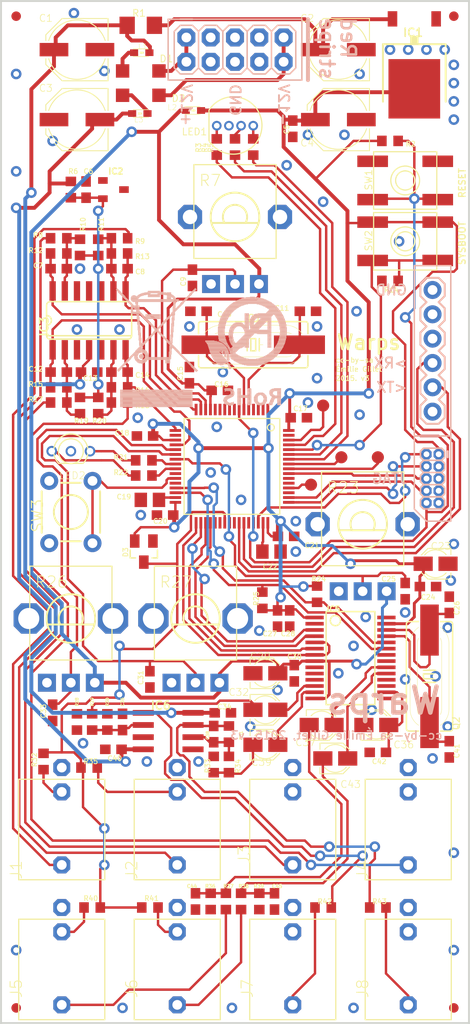
<source format=kicad_pcb>
(kicad_pcb (version 20211014) (generator pcbnew)
  (layers (0 "F.Cu" signal) (31 "B.Cu" signal) (34 "B.Paste" user) (35 "F.Paste" user) (36 "B.SilkS" user "B.Silkscreen") (37 "F.SilkS" user "F.Silkscreen") (38 "B.Mask" user) (39 "F.Mask" user) (44 "Edge.Cuts" user))
  (net 0 "")
  (net 1 "GND")
  (net 2 "+3V3")
  (net 3 "N$7")
  (net 4 "N$8")
  (net 5 "BOOT_FLASH")
  (net 6 "RESET")
  (net 7 "RX")
  (net 8 "TX")
  (net 9 "JTDI")
  (net 10 "JTCK")
  (net 11 "JTMS")
  (net 12 "VBAT")
  (net 13 "N$13")
  (net 14 "N$19")
  (net 15 "I2S_SOUT")
  (net 16 "I2S_SCK")
  (net 17 "I2S_LRCK")
  (net 18 "JTDO")
  (net 19 "+3V3_A")
  (net 20 "I2C_SCL")
  (net 21 "I2C_SDA")
  (net 22 "I2S_SIN")
  (net 23 "N$1")
  (net 24 "N$2")
  (net 25 "LEVEL_1_CV")
  (net 26 "N$4")
  (net 27 "N$5")
  (net 28 "LEVEL_2_CV")
  (net 29 "N$10")
  (net 30 "N$11")
  (net 31 "ALGORITHM_CV")
  (net 32 "N$6")
  (net 33 "VCC")
  (net 34 "AREF_-10")
  (net 35 "VEE")
  (net 36 "N$56")
  (net 37 "N$64")
  (net 38 "N$15")
  (net 39 "IN_1")
  (net 40 "IN_2")
  (net 41 "N$17")
  (net 42 "N$22")
  (net 43 "N$20")
  (net 44 "N$18")
  (net 45 "N$21")
  (net 46 "N$23")
  (net 47 "N$25")
  (net 48 "N$28")
  (net 49 "N$29")
  (net 50 "N$31")
  (net 51 "N$32")
  (net 52 "N$33")
  (net 53 "N$34")
  (net 54 "LED_R")
  (net 55 "LED_G")
  (net 56 "LEVEL_1_POT")
  (net 57 "LEVEL_2_POT")
  (net 58 "ALGORITHM_POT")
  (net 59 "PARAMETER_POT")
  (net 60 "N$35")
  (net 61 "N$36")
  (net 62 "N$37")
  (net 63 "LED_B")
  (net 64 "SW_CARRIER")
  (net 65 "LED_CARRIER_G")
  (net 66 "LED_CARRIER_R")
  (net 67 "N$3")
  (net 68 "N$14")
  (net 69 "PARAMETER_CV")
  (net 70 "N$16")
  (net 71 "MOD_OUT")
  (net 72 "AUX_OUT")
  (net 73 "N$24")
  (net 74 "N$26")
  (net 75 "N$27")
  (net 76 "N$30")
  (net 77 "N$38")
  (net 78 "N$39")
  (net 79 "N$40")
  (net 80 "N$41")
  (net 81 "NORMALIZATION_PROBE")
  (net 82 "N$9")
  (net 83 "N$12")
  (net 84 "N$42")
  (net 85 "N$43")
  (footprint "warps_v30:PANASONIC_A" (layer "F.Cu") (at 151.6763 125.6412)
    (fp_text reference "C32")
    (fp_text value "10u")
  )
  (footprint "warps_v30:SOD123" (layer "F.Cu") (at 138.6586 61.5061 180)
    (fp_text reference "D2")
    (fp_text value "1N5819HW")
  )
  (footprint "warps_v30:C0603" (layer "F.Cu") (at 135.8011 129.7686)
    (fp_text reference "C40")
    (fp_text value "100n")
  )
  (footprint "warps_v30:WQP_PJ_301M6" (layer "F.Cu") (at 154.5336 137.3886 180)
    (fp_text reference "J3")
    (fp_text value "PJ301_THONKICONN6" hide)
  )
  (footprint "warps_v30:C0603" (layer "F.Cu") (at 136.7536 126.9111 90)
    (fp_text reference "C35")
    (fp_text value "18p")
  )
  (footprint "warps_v30:PAD.03X.05" (layer "F.Cu") (at 159.6136 99.2886)
    (fp_text reference "TP2" hide)
    (fp_text value "TEST-POINT3X5" hide)
  )
  (footprint "warps_v30:WQP_PJ_301M6" (layer "F.Cu") (at 166.5986 137.3886 180)
    (fp_text reference "J4")
    (fp_text value "PJ301_THONKICONN6" hide)
  )
  (footprint "warps_v30:SOT23" (layer "F.Cu") (at 138.9761 109.1311 180)
    (fp_text reference "D3")
    (fp_text value "BAT54S")
  )
  (footprint "warps_v30:R0603" (layer "F.Cu") (at 136.4361 76.4286)
    (fp_text reference "R9")
    (fp_text value "100k")
  )
  (footprint "warps_v30:R0603" (layer "F.Cu") (at 132.3086 93.8911 90)
    (fp_text reference "R19")
    (fp_text value "200k")
  )
  (footprint "warps_v30:PANASONIC_D" (layer "F.Cu") (at 159.2961 64.0461 180)
    (fp_text reference "C4")
    (fp_text value "47u")
  )
  (footprint "warps_v30:EVQ-Q2" (layer "F.Cu") (at 166.2811 76.7461)
    (fp_text reference "SW2")
    (fp_text value "")
  )
  (footprint "warps_v30:C0603" (layer "F.Cu") (at 152.6286 145.6436 -90)
    (fp_text reference "C45")
    (fp_text value "220p")
  )
  (footprint "warps_v30:C0603" (layer "F.Cu") (at 130.0861 79.6036 180)
    (fp_text reference "C7")
    (fp_text value "4.7n")
  )
  (footprint "warps_v30:C0603" (layer "F.Cu") (at 154.6925 121.8311 -90)
    (fp_text reference "C30")
    (fp_text value "100n")
  )
  (footprint "warps_v30:R0603" (layer "F.Cu") (at 146.2786 131.3561 -90)
    (fp_text reference "R33")
    (fp_text value "47k")
  )
  (footprint "warps_v30:C0805" (layer "F.Cu") (at 139.6111 103.7336 180)
    (fp_text reference "C19")
    (fp_text value "2.2u")
  )
  (footprint "warps_v30:C0603" (layer "F.Cu") (at 152.9461 116.1161 -90)
    (fp_text reference "C27")
    (fp_text value "1u")
  )
  (footprint "warps_v30:R0603" (layer "F.Cu") (at 149.1361 145.6436 -90)
    (fp_text reference "R38")
    (fp_text value "36k")
  )
  (footprint "warps_v30:R0603" (layer "F.Cu") (at 131.9911 126.9111 90)
    (fp_text reference "R28")
    (fp_text value "47k")
  )
  (footprint "warps_v30:PAD.03X.05" (layer "F.Cu") (at 163.4236 99.2886)
    (fp_text reference "TP3" hide)
    (fp_text value "TEST-POINT3X5" hide)
  )
  (footprint "warps_v30:R1206" (layer "F.Cu") (at 138.6586 54.2036 180)
    (fp_text reference "R1")
    (fp_text value "4.7")
  )
  (footprint "warps_v30:R0603" (layer "F.Cu") (at 132.3086 77.3811 -90)
    (fp_text reference "R10")
    (fp_text value "120k")
  )
  (footprint "warps_v30:WQP_PJ_301M6" (layer "F.Cu") (at 142.4686 151.9936 180)
    (fp_text reference "J6")
    (fp_text value "PJ301_THONKICONN6" hide)
  )
  (footprint "warps_v30:C0603" (layer "F.Cu") (at 170.8849 114.6873 -90)
    (fp_text reference "C26")
    (fp_text value "18p")
  )
  (footprint "warps_v30:TQFP-10X10-64" (layer "F.Cu") (at 148.1836 100.2411 -90)
    (fp_text reference "IC4")
    (fp_text value "STM32F405RGT6")
  )
  (footprint "warps_v30:C0603" (layer "F.Cu") (at 141.1986 105.3211 180)
    (fp_text reference "C20")
    (fp_text value "100n")
  )
  (footprint "warps_v30:R0603" (layer "F.Cu") (at 136.4361 78.0161 180)
    (fp_text reference "R13")
    (fp_text value "36k")
  )
  (footprint "warps_v30:0603" (layer "F.Cu") (at 138.6586 63.4111)
    (fp_text reference "L3")
    (fp_text value "")
  )
  (footprint "warps_v30:R0603" (layer "F.Cu") (at 133.5786 146.2786)
    (fp_text reference "R40")
    (fp_text value "DNP")
  )
  (footprint "warps_v30:C0603" (layer "F.Cu") (at 139.1031 97.066 180)
    (fp_text reference "C18")
    (fp_text value "100n")
  )
  (footprint "warps_v30:FIDUCIAL-1X2" (layer "F.Cu") (at 171.3611 53.2511)
    (fp_text reference "F2" hide)
    (fp_text value "FIDUCIAL1X2" hide)
  )
  (footprint "warps_v30:R0603" (layer "F.Cu") (at 145.9611 145.6436 90)
    (fp_text reference "R36")
    (fp_text value "6.8k")
  )
  (footprint "warps_v30:ALPS_POT_VERTICAL_PS" (layer "F.Cu") (at 161.8361 106.2736 180)
    (fp_text reference "R23")
    (fp_text value "10kB")
  )
  (footprint "warps_v30:HC49UP" (layer "F.Cu") (at 150.4061 87.5411)
    (fp_text reference "Q1")
    (fp_text value "8MHz")
  )
  (footprint "warps_v30:R0603" (layer "F.Cu") (at 151.3585 114.211 -90)
    (fp_text reference "R25")
    (fp_text value "2.2k")
  )
  (footprint "warps_v30:C0603" (layer "F.Cu") (at 144.0561 80.5561 -90)
    (fp_text reference "C9")
    (fp_text value "100n")
  )
  (footprint "warps_v30:TO252" (layer "F.Cu") (at 167.2336 58.3311 180)
    (fp_text reference "IC1")
    (fp_text value "LM1117-3.3")
  )
  (footprint "warps_v30:R0603" (layer "F.Cu") (at 134.2136 77.3811 -90)
    (fp_text reference "R11")
    (fp_text value "120k")
  )
  (footprint "warps_v30:C0603" (layer "F.Cu") (at 136.4361 90.3986)
    (fp_text reference "C14")
    (fp_text value "4.7n")
  )
  (footprint "warps_v30:ALPS_POT_VERTICAL_PS" (layer "F.Cu") (at 148.5011 74.2061 180)
    (fp_text reference "R7")
    (fp_text value "10kB")
  )
  (footprint "warps_v30:C0603" (layer "F.Cu") (at 130.0861 90.3986 180)
    (fp_text reference "C12")
    (fp_text value "4.7n")
  )
  (footprint "warps_v30:R0603" (layer "F.Cu") (at 151.0411 145.6436 90)
    (fp_text reference "R39")
    (fp_text value "6.8k")
  )
  (footprint "warps_v30:R0603" (layer "F.Cu") (at 136.4361 93.5736)
    (fp_text reference "R18")
    (fp_text value "100k")
  )
  (footprint "warps_v30:PANASONIC_D" (layer "F.Cu") (at 131.9911 56.7436 180)
    (fp_text reference "C1")
    (fp_text value "47u")
  )
  (footprint "warps_v30:C0603" (layer "F.Cu") (at 139.6111 122.4661 -90)
    (fp_text reference "C31")
    (fp_text value "100n")
  )
  (footprint "warps_v30:PANASONIC_A" (layer "F.Cu") (at 169.4562 110.4011 180)
    (fp_text reference "C23")
    (fp_text value "10u")
  )
  (footprint "warps_v30:R0603" (layer "F.Cu") (at 157.0737 113.576 90)
    (fp_text reference "R24")
    (fp_text value "2.2k")
  )
  (footprint "warps_v30:C0603" (layer "F.Cu") (at 154.2161 116.1161 -90)
    (fp_text reference "C28")
    (fp_text value "100n")
  )
  (footprint "warps_v30:C0603" (layer "F.Cu") (at 136.4361 79.6036)
    (fp_text reference "C8")
    (fp_text value "4.7n")
  )
  (footprint "warps_v30:C0603" (layer "F.Cu") (at 154.5336 64.9986 -90)
    (fp_text reference "C5")
    (fp_text value "100n")
  )
  (footprint "warps_v30:C0603" (layer "F.Cu") (at 146.2786 128.1811 90)
    (fp_text reference "C38")
    (fp_text value "18p")
  )
  (footprint "warps_v30:C0603" (layer "F.Cu") (at 144.6911 84.0486)
    (fp_text reference "C10")
    (fp_text value "18p")
  )
  (footprint "warps_v30:FIDUCIAL-1X2" (layer "F.Cu") (at 171.3611 156.7561)
    (fp_text reference "F4" hide)
    (fp_text value "FIDUCIAL1X2" hide)
  )
  (footprint "warps_v30:R0603" (layer "F.Cu") (at 134.2136 93.8911 90)
    (fp_text reference "R20")
    (fp_text value "200k")
  )
  (footprint "warps_v30:LED-TRICOLOR-THROUGHHOLE" (layer "F.Cu") (at 148.5011 64.6811)
    (fp_text reference "LED1")
    (fp_text value "WP154A4SUREQBFZG")
  )
  (footprint "warps_v30:ALPS_POT_VERTICAL" (layer "F.Cu") (at 144.3736 116.1161 180)
    (fp_text reference "R27")
    (fp_text value "10kB")
  )
  (footprint "warps_v30:R0603" (layer "F.Cu") (at 130.0861 91.9861)
    (fp_text reference "R15")
    (fp_text value "33k")
  )
  (footprint "warps_v30:C0603" (layer "F.Cu") (at 143.7386 90.7161 90)
    (fp_text reference "C15")
    (fp_text value "1u")
  )
  (footprint "warps_v30:SO08" (layer "F.Cu") (at 141.5161 127.8636 -90)
    (fp_text reference "IC6")
    (fp_text value "TL072")
  )
  (footprint "warps_v30:EVQ-Q2" (layer "F.Cu") (at 166.2811 70.3961 180)
    (fp_text reference "SW1")
    (fp_text value "")
  )
  (footprint "warps_v30:R0603" (layer "F.Cu") (at 133.2611 131.6736)
    (fp_text reference "R35")
    (fp_text value "200k")
  )
  (footprint "warps_v30:C0603" (layer "F.Cu") (at 168.6624 112.7823)
    (fp_text reference "C24")
    (fp_text value "100n")
  )
  (footprint "warps_v30:LED-BICOLOR-THROUGHHOLE" (layer "F.Cu") (at 131.3561 98.6536)
    (fp_text reference "LED2")
    (fp_text value "WP115VEGW" hide)
  )
  (footprint "warps_v30:PANASONIC_A" (layer "F.Cu") (at 151.6761 129.2923)
    (fp_text reference "C39")
    (fp_text value "10u")
  )
  (footprint "warps_v30:C0603" (layer "F.Cu") (at 146.9136 92.3036)
    (fp_text reference "C16")
    (fp_text value "100n")
  )
  (footprint "warps_v30:PANASONIC_D" (layer "F.Cu") (at 159.2961 56.7436 180)
    (fp_text reference "C2")
    (fp_text value "47u")
  )
  (footprint "warps_v30:0603" (layer "F.Cu") (at 138.6586 57.0611 180)
    (fp_text reference "L1")
    (fp_text value "")
  )
  (footprint "warps_v30:R0603" (layer "F.Cu") (at 146.5961 66.9036 90)
    (fp_text reference "R3")
    (fp_text value "100")
  )
  (footprint "warps_v30:C0603" (layer "F.Cu") (at 144.3736 145.6436 -90)
    (fp_text reference "C44")
    (fp_text value "220p")
  )
  (footprint "warps_v30:R0603" (layer "F.Cu") (at 147.5486 145.6436 -90)
    (fp_text reference "R37")
    (fp_text value "36k")
  )
  (footprint "warps_v30:C0805" (layer "F.Cu") (at 152.3111 109.1311)
    (fp_text reference "C22")
    (fp_text value "2.2u")
  )
  (footprint "warps_v30:WQP_PJ_301M6" (layer "F.Cu") (at 142.4686 137.3886 180)
    (fp_text reference "J2")
    (fp_text value "PJ301_THONKICONN6" hide)
  )
  (footprint "warps_v30:R0603" (layer "F.Cu") (at 130.0861 76.4286 180)
    (fp_text reference "R8")
    (fp_text value "100k")
  )
  (footprint "warps_v30:R0603" (layer "F.Cu") (at 147.8661 131.3561 -90)
    (fp_text reference "R34")
    (fp_text value "6.8k")
  )
  (footprint "warps_v30:C0603" (layer "F.Cu") (at 166.2811 113.2586 -90)
    (fp_text reference "C25")
    (fp_text value "100n")
  )
  (footprint "warps_v30:PANASONIC_A" (layer "F.Cu") (at 158.9786 130.7211)
    (fp_text reference "C43")
    (fp_text value "10u")
  )
  (footprint "warps_v30:TACTILE-PTH" (layer "F.Cu") (at 131.3561 105.0036 90)
    (fp_text reference "SW3")
    (fp_text value "" hide)
  )
  (footprint "warps_v30:C0603" (layer "F.Cu") (at 129.4511 125.9586 -90)
    (fp_text reference "C33")
    (fp_text value "100n")
  )
  (footprint "warps_v30:R0603" (layer "F.Cu") (at 130.0861 78.0161)
    (fp_text reference "R12")
    (fp_text value "36k")
  )
  (footprint "warps_v30:R0603" (layer "F.Cu") (at 164.6936 80.8736)
    (fp_text reference "R14")
    (fp_text value "10k")
  )
  (footprint "warps_v30:SSOP28" (layer "F.Cu") (at 160.5662 120.5611 -90)
    (fp_text reference "IC5")
    (fp_text value "WM8731")
  )
  (footprint "warps_v30:R0603" (layer "F.Cu") (at 130.0861 93.5736 180)
    (fp_text reference "R17")
    (fp_text value "100k")
  )
  (footprint "warps_v30:C0603" (layer "F.Cu") (at 155.1686 95.161)
    (fp_text reference "C17")
    (fp_text value "100n")
  )
  (footprint "warps_v30:C0603" (layer "F.Cu") (at 133.2611 90.3986)
    (fp_text reference "C13")
    (fp_text value "100n")
  )
  (footprint "warps_v30:WQP_PJ_301M6" (layer "F.Cu") (at 154.5336 151.9936 180)
    (fp_text reference "J7")
    (fp_text value "PJ301_THONKICONN6" hide)
  )
  (footprint "warps_v30:FIDUCIAL-1X2" (layer "F.Cu") (at 125.6411 53.2511)
    (fp_text reference "F1" hide)
    (fp_text value "FIDUCIAL1X2" hide)
  )
  (footprint "warps_v30:PANASONIC_A" (layer "F.Cu") (at 157.5498 127.2287)
    (fp_text reference "C37")
    (fp_text value "10u")
  )
  (footprint "warps_v30:R0603" (layer "F.Cu") (at 138.9761 101.1936 180)
    (fp_text reference "R22")
    (fp_text value "180")
  )
  (footprint "warps_v30:PANASONIC_A" (layer "F.Cu") (at 151.6761 121.8311)
    (fp_text reference "C29")
    (fp_text value "10u")
  )
  (footprint "warps_v30:R0603" (layer "F.Cu") (at 150.4061 66.9036 90)
    (fp_text reference "R5")
    (fp_text value "100")
  )
  (footprint "warps_v30:R0603" (layer "F.Cu") (at 138.9761 99.6061 180)
    (fp_text reference "R21")
    (fp_text value "180")
  )
  (footprint "warps_v30:R0603" (layer "F.Cu") (at 157.7086 146.2786)
    (fp_text reference "R42")
    (fp_text value "1.0k")
  )
  (footprint "warps_v30:DBZ_R-PDSO-G3" (layer "F.Cu") (at 135.8011 71.3486 -90)
    (fp_text reference "IC2")
    (fp_text value "LM4040B10")
  )
  (footprint "warps_v30:C0603" (layer "F.Cu") (at 147.2311 125.9586)
    (fp_text reference "C34")
    (fp_text value "100n")
  )
  (footprint "warps_v30:R0603" (layer "F.Cu") (at 147.8661 128.1811 -90)
    (fp_text reference "R31")
    (fp_text value "47k")
  )
  (footprint "warps_v30:C0603" (layer "F.Cu") (at 153.8351 107.5436)
    (fp_text reference "C21")
    (fp_text value "100n")
  )
  (footprint "warps_v30:PAD.03X.05" (layer "F.Cu") (at 156.4386 102.1461)
    (fp_text reference "TP4" hide)
    (fp_text value "TEST-POINT3X5" hide)
  )
  (footprint "warps_v30:PAD.03X.05" (layer "F.Cu") (at 157.7086 93.8911)
    (fp_text reference "TP1" hide)
    (fp_text value "TEST-POINT3X5" hide)
  )
  (footprint "warps_v30:WQP_PJ_301M6" (layer "F.Cu") (at 166.5986 151.9936 180)
    (fp_text reference "J8")
    (fp_text value "PJ301_THONKICONN6" hide)
  )
  (footprint "warps_v30:0603" (layer "F.Cu") (at 144.0561 63.0936 180)
    (fp_text reference "L2")
    (fp_text value "")
  )
  (footprint "warps_v30:R0603" (layer "F.Cu") (at 128.4986 131.0386 -90)
    (fp_text reference "R32")
    (fp_text value "200k")
  )
  (footprint "warps_v30:R0603" (layer "F.Cu") (at 131.3561 71.3486 -90)
    (fp_text reference "R6")
    (fp_text value "4.7k")
  )
  (footprint "warps_v30:R0603" (layer "F.Cu") (at 163.4236 146.2786 180)
    (fp_text reference "R43")
    (fp_text value "1.0k")
  )
  (footprint "warps_v30:WQP_PJ_301M6" (layer "F.Cu") (at 130.4036 137.3886 180)
    (fp_text reference "J1")
    (fp_text value "PJ301_THONKICONN6" hide)
  )
  (footprint "warps_v30:R0603" (layer "F.Cu") (at 164.6936 66.2686 180)
    (fp_text reference "R2")
    (fp_text value "10k")
  )
  (footprint "warps_v30:C0603" (layer "F.Cu") (at 156.1211 84.0486 180)
    (fp_text reference "C11")
    (fp_text value "18p")
  )
  (footprint "warps_v30:SO14" (layer "F.Cu") (at 133.2611 85.0011)
    (fp_text reference "IC3")
    (fp_text value "MCP6004")
  )
  (footprint "warps_v30:SOD123" (layer "F.Cu") (at 138.6586 58.9661)
    (fp_text reference "D1")
    (fp_text value "1N5819HW")
  )
  (footprint "warps_v30:ALPS_POT_VERTICAL" (layer "F.Cu") (at 131.3561 116.1161 180)
    (fp_text reference "R26")
    (fp_text value "10kB")
  )
  (footprint "warps_v30:HC49UP" (layer "F.Cu") (at 168.8212 122.1487 -90)
    (fp_text reference "Q2")
    (fp_text value "12.288MHz")
  )
  (footprint "warps_v30:WQP_PJ_301M6" (layer "F.Cu") (at 130.4036 151.9936 180)
    (fp_text reference "J5")
    (fp_text value "PJ301_THONKICONN6" hide)
  )
  (footprint "warps_v30:R0603" (layer "F.Cu") (at 135.1661 126.9111 -90)
    (fp_text reference "R30")
    (fp_text value "47k")
  )
  (footprint "warps_v30:R0603" (layer "F.Cu") (at 139.6111 146.2786 180)
    (fp_text reference "R41")
    (fp_text value "DNP")
  )
  (footprint "warps_v30:R0603" (layer "F.Cu") (at 148.5011 66.9036 90)
    (fp_text reference "R4")
    (fp_text value "100")
  )
  (footprint "warps_v30:FIDUCIAL-1X2" (layer "F.Cu") (at 125.6411 156.7561)
    (fp_text reference "F3" hide)
    (fp_text value "FIDUCIAL1X2" hide)
  )
  (footprint "warps_v30:PANASONIC_D" (layer "F.Cu") (at 131.9911 64.0461 180)
    (fp_text reference "C3")
    (fp_text value "47u")
  )
  (footprint "warps_v30:R0603" (layer "F.Cu") (at 133.5786 126.9111 90)
    (fp_text reference "R29")
    (fp_text value "6.8k")
  )
  (footprint "warps_v30:C0603" (layer "F.Cu") (at 170.885 129.7686 90)
    (fp_text reference "C41")
    (fp_text value "18p")
  )
  (footprint "warps_v30:C0603" (layer "F.Cu") (at 163.4236 130.0861 180)
    (fp_text reference "C42")
    (fp_text value "100n")
  )
  (footprint "warps_v30:PANASONIC_A" (layer "F.Cu") (at 163.2648 127.2286)
    (fp_text reference "C36")
    (fp_text value "10u")
  )
  (footprint "warps_v30:C0603" (layer "F.Cu") (at 132.9436 71.3486 90)
    (fp_text reference "C6")
    (fp_text value "100n")
  )
  (footprint "warps_v30:R0603" (layer "F.Cu") (at 136.4361 91.9861 180)
    (fp_text reference "R16")
    (fp_text value "33k")
  )
  (footprint "warps_v30:2X5-1.27" (layer "B.Cu") (at 168.5036 102.7811 180)
    (fp_text reference "JP1" hide)
    (fp_text value "M05X2MINIJTAG" hide)
  )
  (footprint "warps_v30:1X06" (layer "B.Cu") (at 169.1386 81.8261 -90)
    (fp_text reference "JP2" hide)
    (fp_text value "")
  )
  (footprint "warps_v30:ROHS_BIG" (layer "B.Cu") (at 155.1686 94.8436 180)
    (fp_text reference "U$2" hide)
    (fp_text value "" hide)
  )
  (footprint "warps_v30:AVR_ICSP" (layer "B.Cu") (at 148.5011 56.7436 -90)
    (fp_text reference "JP3" hide)
    (fp_text value "M05X2PTH" hide)
  )
  (gr_line (start 167.2336 97.0661) (end 171.0436 97.0661) (layer "B.SilkS") (width 0.1524))
  (gr_line (start 171.0436 79.2861) (end 171.0436 97.0661) (layer "B.SilkS") (width 0.1524))
  (gr_line (start 141.5161 59.9186) (end 155.4861 59.9186) (layer "B.SilkS") (width 0.1524))
  (gr_line (start 168.5036 105.9561) (end 167.2336 104.6861) (layer "B.SilkS") (width 0.1524))
  (gr_line (start 141.5161 53.5686) (end 141.5161 59.9186) (layer "B.SilkS") (width 0.1524))
  (gr_line (start 167.2336 97.0661) (end 167.2336 79.2861) (layer "B.SilkS") (width 0.1524))
  (gr_line (start 155.4861 59.9186) (end 155.4861 53.5686) (layer "B.SilkS") (width 0.1524))
  (gr_line (start 171.0436 105.9561) (end 168.5036 105.9561) (layer "B.SilkS") (width 0.1524))
  (gr_line (start 156.1211 53.5686) (end 156.1211 59.9186) (layer "B.SilkS") (width 0.4064))
  (gr_line (start 167.2336 104.6861) (end 167.2336 97.0661) (layer "B.SilkS") (width 0.1524))
  (gr_line (start 167.2336 79.2861) (end 171.0436 79.2861) (layer "B.SilkS") (width 0.1524))
  (gr_line (start 155.4861 53.5686) (end 141.5161 53.5686) (layer "B.SilkS") (width 0.1524))
  (gr_line (start 171.0436 97.0661) (end 171.0436 105.9561) (layer "B.SilkS") (width 0.1524))
  (gr_line (start 172.9486 158.3436) (end 172.9486 51.6636) (layer "Edge.Cuts") (width 0.2032))
  (gr_line (start 124.0536 158.3436) (end 172.9486 158.3436) (layer "Edge.Cuts") (width 0.2032))
  (gr_line (start 124.0536 51.6636) (end 124.0536 158.3436) (layer "Edge.Cuts") (width 0.2032))
  (gr_line (start 172.9486 51.6636) (end 124.0536 51.6636) (layer "Edge.Cuts") (width 0.2032))
  (gr_text "-12V" (at 154.2161 60.2361 -90) (layer "B.SilkS") (effects (font (size 1.0795 1.0795) (thickness 0.1905)) (justify right top mirror)))
  (gr_text "+12V" (at 144.0561 60.2361 -90) (layer "B.SilkS") (effects (font (size 1.0795 1.0795) (thickness 0.1905)) (justify right top mirror)))
  (gr_text ">RX" (at 166.5986 90.0811) (layer "B.SilkS") (effects (font (size 1.0795 1.0795) (thickness 0.1905)) (justify left bottom mirror)))
  (gr_text "GND" (at 166.5986 82.4611) (layer "B.SilkS") (effects (font (size 1.0795 1.0795) (thickness 0.1905)) (justify left bottom mirror)))
  (gr_text "Red" (at 161.2011 53.2511 -90) (layer "B.SilkS") (effects (font (size 1.5113 1.5113) (thickness 0.2667)) (justify right top mirror)))
  (gr_text "JTAG" (at 166.5986 102.1461) (layer "B.SilkS") (effects (font (size 1.0795 1.0795) (thickness 0.1905)) (justify left bottom mirror)))
  (gr_text "cc-by-sa Émilie Gillet, 2015. v3" (at 170.2499 128.8161) (layer "B.SilkS") (effects (font (size 0.8636 0.8636) (thickness 0.1524)) (justify left bottom mirror)))
  (gr_text "stripe" (at 158.9786 53.2511 -90) (layer "B.SilkS") (effects (font (size 1.5113 1.5113) (thickness 0.2667)) (justify right top mirror)))
  (gr_text "<TX" (at 166.5986 92.6211) (layer "B.SilkS") (effects (font (size 1.0795 1.0795) (thickness 0.1905)) (justify left bottom mirror)))
  (gr_text "Warps" (at 170.2499 126.2761) (layer "B.SilkS") (effects (font (size 2.69875 2.69875) (thickness 0.47625)) (justify left bottom mirror)))
  (gr_text "GND" (at 149.1361 60.2361 -90) (layer "B.SilkS") (effects (font (size 1.0795 1.0795) (thickness 0.1905)) (justify right top mirror)))
  (gr_text "RESET" (at 172.6311 72.3011 90) (layer "F.SilkS") (effects (font (size 0.682752 0.682752) (thickness 0.130048)) (justify left bottom)))
  (gr_text "cc-by-sa" (at 158.9786 89.4461) (layer "F.SilkS") (effects (font (size 0.51816 0.51816) (thickness 0.09144)) (justify left bottom)))
  (gr_text "SYSBOOT" (at 172.6311 79.2861 90) (layer "F.SilkS") (effects (font (size 0.682752 0.682752) (thickness 0.130048)) (justify left bottom)))
  (gr_text "2015. v3" (at 158.9786 91.3511) (layer "F.SilkS") (effects (font (size 0.51816 0.51816) (thickness 0.09144)) (justify left bottom)))
  (gr_text "Warps" (at 158.9786 88.1761) (layer "F.SilkS") (effects (font (size 1.5113 1.5113) (thickness 0.2667)) (justify left bottom)))
  (gr_text "Émilie Gillet" (at 158.9786 90.3986) (layer "F.SilkS") (effects (font (size 0.51816 0.51816) (thickness 0.09144)) (justify left bottom)))
  (via (at 138.3411 95.1611) (size 1.108) (drill 0.6) (layers "F.Cu" "B.Cu") (net 1))
  (via (at 145.9611 100.8761) (size 1.108) (drill 0.6) (layers "F.Cu" "B.Cu") (net 1))
  (via (at 154.8511 109.1311) (size 1.108) (drill 0.6) (layers "F.Cu" "B.Cu") (net 1))
  (via (at 166.5986 56.7436) (size 1.108) (drill 0.6) (layers "F.Cu" "B.Cu") (net 1))
  (via (at 143.7386 85.6361) (size 1.108) (drill 0.6) (layers "F.Cu" "B.Cu") (net 1))
  (via (at 125.6411 150.7236) (size 1.108) (drill 0.6) (layers "F.Cu" "B.Cu") (net 1))
  (via (at 136.7536 156.7561) (size 1.108) (drill 0.6) (layers "F.Cu" "B.Cu") (net 1))
  (via (at 166.2812 115.4811) (size 1.108) (drill 0.6) (layers "F.Cu" "B.Cu") (net 1))
  (via (at 131.6736 52.9336) (size 1.108) (drill 0.6) (layers "F.Cu" "B.Cu") (net 1))
  (via (at 150.0886 127.3873) (size 1.108) (drill 0.6) (layers "F.Cu" "B.Cu") (net 1))
  (via (at 161.5186 94.8436) (size 1.108) (drill 0.6) (layers "F.Cu" "B.Cu") (net 1))
  (via (at 153.8986 68.8086) (size 1.108) (drill 0.6) (layers "F.Cu" "B.Cu") (net 1))
  (via (at 162.7886 125.6411) (size 1.108) (drill 0.6) (layers "F.Cu" "B.Cu") (net 1))
  (via (at 148.1836 156.7561) (size 1.108) (drill 0.6) (layers "F.Cu" "B.Cu") (net 1))
  (via (at 131.9911 85.9536) (size 1.108) (drill 0.6) (layers "F.Cu" "B.Cu") (net 1))
  (via (at 125.6411 59.2836) (size 1.108) (drill 0.6) (layers "F.Cu" "B.Cu") (net 1))
  (via (at 152.946 123.5773) (size 1.108) (drill 0.6) (layers "F.Cu" "B.Cu") (net 1))
  (via (at 161.2011 84.0486) (size 1.108) (drill 0.6) (layers "F.Cu" "B.Cu") (net 1))
  (via (at 134.8486 58.9661) (size 1.108) (drill 0.6) (layers "F.Cu" "B.Cu") (net 1))
  (via (at 171.3611 140.5636) (size 1.108) (drill 0.6) (layers "F.Cu" "B.Cu") (net 1))
  (via (at 157.7086 72.6186) (size 1.108) (drill 0.6) (layers "F.Cu" "B.Cu") (net 1))
  (via (at 147.2311 90.3986) (size 1.108) (drill 0.6) (layers "F.Cu" "B.Cu") (net 1))
  (via (at 159.9311 65.6336) (size 1.108) (drill 0.6) (layers "F.Cu" "B.Cu") (net 1))
  (via (at 157.0736 85.6361) (size 1.108) (drill 0.6) (layers "F.Cu" "B.Cu") (net 1))
  (via (at 171.3611 62.1411) (size 1.108) (drill 0.6) (layers "F.Cu" "B.Cu") (net 1))
  (via (at 151.0412 117.3861) (size 1.108) (drill 0.6) (layers "F.Cu" "B.Cu") (net 1))
  (via (at 170.7261 127.3874) (size 1.108) (drill 0.6) (layers "F.Cu" "B.Cu") (net 1))
  (via (at 162.1537 115.9575) (size 1.108) (drill 0.6) (layers "F.Cu" "B.Cu") (net 1))
  (via (at 165.6461 76.7461) (size 1.108) (drill 0.6) (layers "F.Cu" "B.Cu") (net 1))
  (via (at 171.3611 108.3374) (size 1.108) (drill 0.6) (layers "F.Cu" "B.Cu") (net 1))
  (via (at 170.4086 56.7436) (size 1.108) (drill 0.6) (layers "F.Cu" "B.Cu") (net 1))
  (via (at 154.8511 105.9561) (size 1.108) (drill 0.6) (layers "F.Cu" "B.Cu") (net 1))
  (via (at 170.7261 117.0686) (size 1.108) (drill 0.6) (layers "F.Cu" "B.Cu") (net 1))
  (via (at 144.6911 131.0386) (size 1.108) (drill 0.6) (layers "F.Cu" "B.Cu") (net 1))
  (via (at 139.2936 131.0386) (size 1.108) (drill 0.6) (layers "F.Cu" "B.Cu") (net 1))
  (via (at 159.2962 121.8311) (size 1.108) (drill 0.6) (layers "F.Cu" "B.Cu") (net 1))
  (via (at 132.6261 129.1336) (size 1.108) (drill 0.6) (layers "F.Cu" "B.Cu") (net 1))
  (via (at 125.6411 69.4436) (size 1.108) (drill 0.6) (layers "F.Cu" "B.Cu") (net 1))
  (via (at 156.1211 65.6336) (size 1.108) (drill 0.6) (layers "F.Cu" "B.Cu") (net 1))
  (via (at 161.5186 59.2836) (size 1.108) (drill 0.6) (layers "F.Cu" "B.Cu") (net 1))
  (via (at 168.5036 56.7436) (size 1.108) (drill 0.6) (layers "F.Cu" "B.Cu") (net 1))
  (via (at 171.3611 64.046) (size 1.108) (drill 0.6) (layers "F.Cu" "B.Cu") (net 1))
  (via (at 166.2812 122.4661) (size 1.108) (drill 0.6) (layers "F.Cu" "B.Cu") (net 1))
  (via (at 129.4511 66.2686) (size 1.108) (drill 0.6) (layers "F.Cu" "B.Cu") (net 1))
  (via (at 171.3611 58.3311) (size 1.108) (drill 0.6) (layers "F.Cu" "B.Cu") (net 1))
  (via (at 132.3086 79.6036) (size 1.108) (drill 0.6) (layers "F.Cu" "B.Cu") (net 1))
  (via (at 146.5961 96.1136) (size 1.108) (drill 0.6) (layers "F.Cu" "B.Cu") (net 1))
  (via (at 138.6586 105.3211) (size 1.108) (drill 0.6) (layers "F.Cu" "B.Cu") (net 1))
  (via (at 157.0736 91.0336) (size 1.108) (drill 0.6) (layers "F.Cu" "B.Cu") (net 1))
  (via (at 169.1386 130.7211) (size 1.108) (drill 0.6) (layers "F.Cu" "B.Cu") (net 1))
  (via (at 160.8837 118.9736) (size 1.108) (drill 0.6) (layers "F.Cu" "B.Cu") (net 1))
  (via (at 156.1211 93.5736) (size 1.108) (drill 0.6) (layers "F.Cu" "B.Cu") (net 1))
  (via (at 149.1361 103.7336) (size 1.108) (drill 0.6) (layers "F.Cu" "B.Cu") (net 1))
  (via (at 164.6936 56.7436) (size 1.108) (drill 0.6) (layers "F.Cu" "B.Cu") (net 1))
  (via (at 171.3611 60.2361) (size 1.108) (drill 0.6) (layers "F.Cu" "B.Cu") (net 1))
  (via (at 136.4361 85.9536) (size 1.108) (drill 0.6) (layers "F.Cu" "B.Cu") (net 1))
  (via (at 171.0436 112.1474) (size 1.108) (drill 0.6) (layers "F.Cu" "B.Cu") (net 1))
  (via (at 169.4561 122.1486) (size 1.108) (drill 0.6) (layers "F.Cu" "B.Cu") (net 1))
  (via (at 171.3611 150.7236) (size 1.108) (drill 0.6) (layers "F.Cu" "B.Cu") (net 1))
  (via (at 160.8836 156.7561) (size 1.108) (drill 0.6) (layers "F.Cu" "B.Cu") (net 1))
  (segment (start 152.9461 115.2661) (end 151.5636 115.2661) (width 0.254) (layer "F.Cu") (net 2))
  (segment (start 142.2726 105.0971) (end 142.2726 103.9911) (width 0.254) (layer "F.Cu") (net 2))
  (segment (start 138.0261 108.0311) (end 138.0236 108.0286) (width 0.254) (layer "F.Cu") (net 2))
  (segment (start 142.1511 105.2186) (end 142.2726 105.0971) (width 0.4064) (layer "F.Cu") (net 2))
  (segment (start 155.6449 112.7823) (end 155.7012 112.726) (width 0.254) (layer "F.Cu") (net 2))
  (segment (start 140.5635 97.066) (end 140.9886 97.4911) (width 0.254) (layer "F.Cu") (net 2))
  (segment (start 167.2336 114.5286) (end 167.2336 115.9573) (width 0.3048) (layer "F.Cu") (net 2))
  (segment (start 169.6811 74.7461) (end 171.2661 74.7461) (width 0.254) (layer "F.Cu") (net 2))
  (segment (start 171.6786 75.1586) (end 171.6786 79.6036) (width 0.254) (layer "F.Cu") (net 2))
  (segment (start 153.2636 113.8936) (end 152.9461 114.2111) (width 0.254) (layer "F.Cu") (net 2))
  (segment (start 154.3186 115.1636) (end 154.8511 115.1636) (width 0.254) (layer "F.Cu") (net 2))
  (segment (start 160.8836 66.2686) (end 163.8436 66.2686) (width 0.254) (layer "F.Cu") (net 2))
  (segment (start 157.7086 61.1886) (end 166.8761 61.1886) (width 0.4064) (layer "F.Cu") (net 2))
  (segment (start 168.1861 111.3536) (end 167.8124 111.7273) (width 0.3048) (layer "F.Cu") (net 2))
  (segment (start 165.6461 110.4011) (end 168.1562 110.4011) (width 0.3048) (layer "F.Cu") (net 2))
  (segment (start 169.7736 98.3361) (end 169.7736 98.9711) (width 0.254) (layer "F.Cu") (net 2))
  (segment (start 165.0111 84.0486) (end 165.0111 86.2711) (width 0.254) (layer "F.Cu") (net 2))
  (segment (start 160.2486 73.5711) (end 156.9148 70.2373) (width 0.4064) (layer "F.Cu") (net 2))
  (segment (start 156.9148 70.2373) (end 153.5811 66.9036) (width 0.4064) (layer "F.Cu") (net 2))
  (segment (start 162.4711 92.6211) (end 162.4711 83.0961) (width 0.4064) (layer "F.Cu") (net 2))
  (segment (start 153.5811 66.9036) (end 153.5811 64.0461) (width 0.4064) (layer "F.Cu") (net 2))
  (segment (start 171.6786 79.6036) (end 171.3611 79.9211) (width 0.254) (layer "F.Cu") (net 2))
  (segment (start 153.5811 64.0461) (end 154.4311 64.0461) (width 0.4064) (layer "F.Cu") (net 2))
  (segment (start 152.3111 107.5436) (end 151.9336 107.1661) (width 0.254) (layer "F.Cu") (net 2))
  (segment (start 167.2336 115.9573) (end 166.5298 116.6611) (width 0.3048) (layer "F.Cu") (net 2))
  (segment (start 152.9851 107.5436) (end 152.3111 107.5436) (width 0.254) (layer "F.Cu") (net 2))
  (segment (start 160.2486 80.8736) (end 160.2486 74.8411) (width 0.4064) (layer "F.Cu") (net 2))
  (segment (start 144.6911 98.3361) (end 151.9936 98.3361) (width 0.4064) (layer "F.Cu") (net 2))
  (segment (start 154.2161 115.2661) (end 154.3186 115.1636) (width 0.254) (layer "F.Cu") (net 2))
  (segment (start 156.9148 70.2373) (end 156.9149 70.2373) (width 0.254) (layer "F.Cu") (net 2))
  (segment (start 151.9336 107.1661) (end 151.9336 106.1267) (width 0.254) (layer "F.Cu") (net 2))
  (segment (start 167.8124 113.9498) (end 167.2336 114.5286) (width 0.3048) (layer "F.Cu") (net 2))
  (segment (start 154.8511 115.1636) (end 155.6986 116.0111) (width 0.254) (layer "F.Cu") (net 2))
  (segment (start 156.8961 62.0011) (end 157.7086 61.1886) (width 0.4064) (layer "F.Cu") (net 2))
  (segment (start 154.5336 64.1486) (end 156.7936 64.1486) (width 0.4064) (layer "F.Cu") (net 2))
  (segment (start 171.2661 74.7461) (end 171.6786 75.1586) (width 0.254) (layer "F.Cu") (net 2))
  (segment (start 152.9461 63.0936) (end 144.9561 63.0936) (width 0.4064) (layer "F.Cu") (net 2))
  (segment (start 138.0236 108.0286) (end 138.0236 107.2261) (width 0.254) (layer "F.Cu") (net 2))
  (segment (start 142.1511 106.5911) (end 142.1511 105.2186) (width 0.4064) (layer "F.Cu") (net 2))
  (segment (start 162.4711 83.0961) (end 160.2486 80.8736) (width 0.4064) (layer "F.Cu") (net 2))
  (segment (start 155.7012 112.726) (end 157.0737 112.726) (width 0.254) (layer "F.Cu") (net 2))
  (segment (start 153.2636 105.9561) (end 152.9851 106.2346) (width 0.4064) (layer "F.Cu") (net 2))
  (segment (start 151.5636 115.2661) (end 151.3585 115.061) (width 0.254) (layer "F.Cu") (net 2))
  (segment (start 160.2486 74.8411) (end 162.7861 74.8411) (width 0.254) (layer "F.Cu") (net 2))
  (segment (start 142.2726 105.0971) (end 142.0486 105.3211) (width 0.254) (layer "F.Cu") (net 2))
  (segment (start 165.0111 86.2711) (end 166.2811 87.5411) (width 0.254) (layer "F.Cu") (net 2))
  (segment (start 160.5661 110.4011) (end 160.8836 110.0836) (width 0.3048) (layer "F.Cu") (net 2))
  (segment (start 152.9461 114.2111) (end 152.9461 115.2661) (width 0.254) (layer "F.Cu") (net 2))
  (segment (start 138.0236 107.2261) (end 138.6586 106.5911) (width 0.254) (layer "F.Cu") (net 2))
  (segment (start 139.9286 95.7961) (end 139.9531 95.8206) (width 0.4064) (layer "F.Cu") (net 2))
  (segment (start 166.5298 116.6611) (end 164.3184 116.6611) (width 0.3048) (layer "F.Cu") (net 2))
  (segment (start 160.8836 110.0836) (end 165.3286 110.0836) (width 0.3048) (layer "F.Cu") (net 2))
  (segment (start 152.9851 106.2346) (end 152.9851 107.5436) (width 0.4064) (layer "F.Cu") (net 2))
  (segment (start 171.3611 79.9211) (end 169.1386 79.9211) (width 0.254) (layer "F.Cu") (net 2))
  (segment (start 154.4311 64.0461) (end 154.5336 64.1486) (width 0.4064) (layer "F.Cu") (net 2))
  (segment (start 153.5811 64.0461) (end 153.5811 63.7286) (width 0.4064) (layer "F.Cu") (net 2))
  (segment (start 167.8124 112.7823) (end 167.8124 113.9498) (width 0.3048) (layer "F.Cu") (net 2))
  (segment (start 152.9461 115.2661) (end 154.2161 115.2661) (width 0.254) (layer "F.Cu") (net 2))
  (segment (start 156.7936 64.1486) (end 156.8961 64.0461) (width 0.4064) (layer "F.Cu") (net 2))
  (segment (start 154.2161 95.0585) (end 154.3186 95.161) (width 0.3048) (layer "F.Cu") (net 2))
  (segment (start 166.8761 61.1886) (end 167.2336 60.8311) (width 0.4064) (layer "F.Cu") (net 2))
  (segment (start 155.6986 116.0111) (end 156.814 116.0111) (width 0.254) (layer "F.Cu") (net 2))
  (segment (start 169.1386 97.7011) (end 169.7736 98.3361) (width 0.254) (layer "F.Cu") (net 2))
  (segment (start 139.9531 95.8206) (end 139.9531 97.066) (width 0.4064) (layer "F.Cu") (net 2))
  (segment (start 156.8961 64.0461) (end 156.8961 62.0011) (width 0.4064) (layer "F.Cu") (net 2))
  (segment (start 168.1562 110.4011) (end 168.1861 110.4011) (width 0.3048) (layer "F.Cu") (net 2))
  (segment (start 154.3186 95.161) (end 154.12 95.3596) (width 0.3048) (layer "F.Cu") (net 2))
  (segment (start 168.1861 110.4011) (end 168.1861 111.3536) (width 0.3048) (layer "F.Cu") (net 2))
  (segment (start 138.6586 106.5911) (end 142.1511 106.5911) (width 0.254) (layer "F.Cu") (net 2))
  (segment (start 154.12 95.3596) (end 154.12 96.4911) (width 0.3048) (layer "F.Cu") (net 2))
  (segment (start 154.2161 92.6211) (end 154.2161 95.0585) (width 0.3048) (layer "F.Cu") (net 2))
  (segment (start 139.9531 97.066) (end 140.5635 97.066) (width 0.254) (layer "F.Cu") (net 2))
  (segment (start 140.9886 97.4911) (end 142.2726 97.4911) (width 0.254) (layer "F.Cu") (net 2))
  (segment (start 153.5811 63.7286) (end 152.9461 63.0936) (width 0.4064) (layer "F.Cu") (net 2))
  (segment (start 162.8811 74.7461) (end 169.6811 74.7461) (width 0.254) (layer "F.Cu") (net 2))
  (segment (start 169.1386 79.9211) (end 165.0111 84.0486) (width 0.254) (layer "F.Cu") (net 2))
  (segment (start 165.3286 110.0836) (end 165.6461 110.4011) (width 0.3048) (layer "F.Cu") (net 2))
  (segment (start 160.2486 74.8411) (end 160.2486 73.5711) (width 0.4064) (layer "F.Cu") (net 2))
  (segment (start 166.2811 87.5411) (end 166.2811 96.4311) (width 0.254) (layer "F.Cu") (net 2))
  (segment (start 162.7861 74.8411) (end 162.8811 74.7461) (width 0.254) (layer "F.Cu") (net 2))
  (segment (start 167.5511 97.7011) (end 169.1386 97.7011) (width 0.254) (layer "F.Cu") (net 2))
  (segment (start 156.9149 70.2373) (end 160.8836 66.2686) (width 0.254) (layer "F.Cu") (net 2))
  (segment (start 166.2811 96.4311) (end 167.5511 97.7011) (width 0.254) (layer "F.Cu") (net 2))
  (segment (start 167.8124 111.7273) (end 167.8124 112.7823) (width 0.3048) (layer "F.Cu") (net 2))
  (via (at 151.9936 98.3361) (size 1.108) (drill 0.6) (layers "F.Cu" "B.Cu") (net 2))
  (via (at 144.6911 98.3361) (size 1.108) (drill 0.6) (layers "F.Cu" "B.Cu") (net 2))
  (via (at 139.9286 95.7961) (size 1.108) (drill 0.6) (layers "F.Cu" "B.Cu") (net 2))
  (via (at 162.4711 92.6211) (size 1.108) (drill 0.6) (layers "F.Cu" "B.Cu") (net 2))
  (via (at 153.2636 113.8936) (size 1.108) (drill 0.6) (layers "F.Cu" "B.Cu") (net 2))
  (via (at 160.5661 110.4011) (size 1.108) (drill 0.6) (layers "F.Cu" "B.Cu") (net 2))
  (via (at 155.6449 112.7823) (size 1.108) (drill 0.6) (layers "F.Cu" "B.Cu") (net 2))
  (via (at 142.1511 106.5911) (size 1.108) (drill 0.6) (layers "F.Cu" "B.Cu") (net 2))
  (via (at 153.2636 105.9561) (size 1.108) (drill 0.6) (layers "F.Cu" "B.Cu") (net 2))
  (via (at 154.2161 92.6211) (size 1.108) (drill 0.6) (layers "F.Cu" "B.Cu") (net 2))
  (segment (start 144.6911 97.7011) (end 142.7861 95.7961) (width 0.4064) (layer "B.Cu") (net 2))
  (segment (start 155.8036 108.4961) (end 158.6611 108.4961) (width 0.3048) (layer "B.Cu") (net 2))
  (segment (start 153.2636 112.7823) (end 153.2636 113.8936) (width 0.4064) (layer "B.Cu") (net 2))
  (segment (start 151.9936 94.8436) (end 154.2161 92.6211) (width 0.4064) (layer "B.Cu") (net 2))
  (segment (start 153.2636 105.9561) (end 155.8036 108.4961) (width 0.3048) (layer "B.Cu") (net 2))
  (segment (start 144.6911 100.8761) (end 144.6911 98.3361) (width 0.4064) (layer "B.Cu") (net 2))
  (segment (start 153.2636 105.9561) (end 153.2636 112.7823) (width 0.4064) (layer "B.Cu") (net 2))
  (segment (start 151.9936 98.3361) (end 151.9936 94.8436) (width 0.4064) (layer "B.Cu") (net 2))
  (segment (start 143.7386 105.0036) (end 143.7386 101.8286) (width 0.4064) (layer "B.Cu") (net 2))
  (segment (start 153.2636 112.7823) (end 155.6449 112.7823) (width 0.254) (layer "B.Cu") (net 2))
  (segment (start 151.9936 104.6861) (end 153.2636 105.9561) (width 0.4064) (layer "B.Cu") (net 2))
  (segment (start 143.7386 101.8286) (end 144.6911 100.8761) (width 0.4064) (layer "B.Cu") (net 2))
  (segment (start 142.1511 106.5911) (end 143.7386 105.0036) (width 0.4064) (layer "B.Cu") (net 2))
  (segment (start 144.6911 98.3361) (end 144.6911 97.7011) (width 0.4064) (layer "B.Cu") (net 2))
  (segment (start 142.7861 95.7961) (end 139.9286 95.7961) (width 0.4064) (layer "B.Cu") (net 2))
  (segment (start 158.6611 108.4961) (end 160.5661 110.4011) (width 0.3048) (layer "B.Cu") (net 2))
  (segment (start 151.9936 98.3361) (end 151.9936 104.6861) (width 0.4064) (layer "B.Cu") (net 2))
  (segment (start 154.2161 92.6211) (end 162.4711 92.6211) (width 0.4064) (layer "B.Cu") (net 2))
  (segment (start 155.1686 87.6046) (end 155.1686 87.8586) (width 0.254) (layer "F.Cu") (net 3))
  (segment (start 149.9336 91.1886) (end 151.6761 89.4461) (width 0.254) (layer "F.Cu") (net 3))
  (segment (start 154.5336 89.4461) (end 154.8511 89.1286) (width 0.254) (layer "F.Cu") (net 3))
  (segment (start 149.9336 94.3047) (end 149.9336 91.1886) (width 0.254) (layer "F.Cu") (net 3))
  (segment (start 155.2321 88.7476) (end 155.2321 87.5411) (width 0.254) (layer "F.Cu") (net 3))
  (segment (start 154.8511 89.1286) (end 155.2321 88.7476) (width 0.254) (layer "F.Cu") (net 3))
  (segment (start 155.2321 87.5411) (end 155.2711 87.5021) (width 0.254) (layer "F.Cu") (net 3))
  (segment (start 155.2711 87.5021) (end 155.2711 84.0486) (width 0.254) (layer "F.Cu") (net 3))
  (segment (start 155.2321 87.5411) (end 155.1686 87.6046) (width 0.254) (layer "F.Cu") (net 3))
  (segment (start 151.6761 89.4461) (end 154.5336 89.4461) (width 0.254) (layer "F.Cu") (net 3))
  (segment (start 146.2786 89.4461) (end 145.5801 88.7476) (width 0.254) (layer "F.Cu") (net 4))
  (segment (start 145.5411 87.5021) (end 145.5411 84.0486) (width 0.254) (layer "F.Cu") (net 4))
  (segment (start 145.5801 87.5411) (end 145.5411 87.5021) (width 0.254) (layer "F.Cu") (net 4))
  (segment (start 149.4336 91.0136) (end 147.8661 89.4461) (width 0.254) (layer "F.Cu") (net 4))
  (segment (start 147.8661 89.4461) (end 146.2786 89.4461) (width 0.254) (layer "F.Cu") (net 4))
  (segment (start 149.4336 94.3047) (end 149.4336 91.0136) (width 0.254) (layer "F.Cu") (net 4))
  (segment (start 145.5801 88.7476) (end 145.5801 87.5411) (width 0.254) (layer "F.Cu") (net 4))
  (segment (start 163.7411 95.7961) (end 163.7411 82.4611) (width 0.254) (layer "F.Cu") (net 5))
  (segment (start 154.12 98.4911) (end 156.6011 98.4911) (width 0.254) (layer "F.Cu") (net 5))
  (segment (start 161.5186 98.0186) (end 163.7411 95.7961) (width 0.254) (layer "F.Cu") (net 5))
  (segment (start 156.6011 98.4911) (end 157.0736 98.0186) (width 0.254) (layer "F.Cu") (net 5))
  (segment (start 162.8811 78.7461) (end 165.6461 78.7461) (width 0.254) (layer "F.Cu") (net 5))
  (segment (start 165.6461 78.7461) (end 169.6811 78.7461) (width 0.254) (layer "F.Cu") (net 5))
  (segment (start 165.6461 80.7711) (end 165.5436 80.8736) (width 0.254) (layer "F.Cu") (net 5))
  (segment (start 162.7886 81.5086) (end 162.7886 78.8386) (width 0.254) (layer "F.Cu") (net 5))
  (segment (start 162.7886 78.8386) (end 162.8811 78.7461) (width 0.254) (layer "F.Cu") (net 5))
  (segment (start 165.6461 78.7461) (end 165.6461 80.7711) (width 0.254) (layer "F.Cu") (net 5))
  (segment (start 163.7411 82.4611) (end 162.7886 81.5086) (width 0.254) (layer "F.Cu") (net 5))
  (via (at 157.0736 98.0186) (size 1.108) (drill 0.6) (layers "F.Cu" "B.Cu") (net 5))
  (via (at 161.5186 98.0186) (size 1.108) (drill 0.6) (layers "F.Cu" "B.Cu") (net 5))
  (segment (start 157.0736 98.0186) (end 161.5186 98.0186) (width 0.254) (layer "B.Cu") (net 5))
  (segment (start 168.5036 105.0036) (end 168.5036 104.0511) (width 0.254) (layer "F.Cu") (net 6))
  (segment (start 167.2336 72.3011) (end 162.9761 72.3011) (width 0.254) (layer "F.Cu") (net 6))
  (segment (start 150.0886 107.8611) (end 150.4061 107.5436) (width 0.254) (layer "F.Cu") (net 6))
  (segment (start 150.5649 110.2423) (end 156.2799 110.2423) (width 0.254) (layer "F.Cu") (net 6))
  (segment (start 150.4061 96.7486) (end 148.9336 95.2761) (width 0.254) (layer "F.Cu") (net 6))
  (segment (start 167.8686 97.0661) (end 166.9161 96.1136) (width 0.254) (layer "F.Cu") (net 6))
  (segment (start 166.9161 85.3186) (end 166.2811 84.6836) (width 0.254) (layer "F.Cu") (net 6))
  (segment (start 166.5986 66.2686) (end 165.5436 66.2686) (width 0.254) (layer "F.Cu") (net 6))
  (segment (start 150.5649 110.2423) (end 150.0886 109.7661) (width 0.254) (layer "F.Cu") (net 6))
  (segment (start 170.7261 98.0186) (end 169.7736 97.0661) (width 0.254) (layer "F.Cu") (net 6))
  (segment (start 166.9161 96.1136) (end 166.9161 85.3186) (width 0.254) (layer "F.Cu") (net 6))
  (segment (start 170.7261 104.3686) (end 170.7261 98.0186) (width 0.254) (layer "F.Cu") (net 6))
  (segment (start 167.2336 72.3011) (end 167.2336 66.9036) (width 0.254) (layer "F.Cu") (net 6))
  (segment (start 150.0886 109.7661) (end 150.0886 107.8611) (width 0.254) (layer "F.Cu") (net 6))
  (segment (start 169.5861 72.3011) (end 169.6811 72.3961) (width 0.254) (layer "F.Cu") (net 6))
  (segment (start 168.5036 105.0036) (end 170.0911 105.0036) (width 0.254) (layer "F.Cu") (net 6))
  (segment (start 156.2799 110.2423) (end 158.5024 108.0198) (width 0.254) (layer "F.Cu") (net 6))
  (segment (start 167.2336 72.3011) (end 169.5861 72.3011) (width 0.254) (layer "F.Cu") (net 6))
  (segment (start 169.7736 97.0661) (end 167.8686 97.0661) (width 0.254) (layer "F.Cu") (net 6))
  (segment (start 158.5024 108.0198) (end 167.0749 108.0198) (width 0.254) (layer "F.Cu") (net 6))
  (segment (start 148.9336 95.2761) (end 148.9336 94.3047) (width 0.254) (layer "F.Cu") (net 6))
  (segment (start 168.5036 106.5911) (end 168.5036 105.0036) (width 0.254) (layer "F.Cu") (net 6))
  (segment (start 167.0749 108.0198) (end 168.5036 106.5911) (width 0.254) (layer "F.Cu") (net 6))
  (segment (start 162.9761 72.3011) (end 162.8811 72.3961) (width 0.254) (layer "F.Cu") (net 6))
  (segment (start 167.2336 66.9036) (end 166.5986 66.2686) (width 0.254) (layer "F.Cu") (net 6))
  (segment (start 162.8811 72.3961) (end 162.7861 72.3011) (width 0.254) (layer "F.Cu") (net 6))
  (segment (start 170.0911 105.0036) (end 170.7261 104.3686) (width 0.254) (layer "F.Cu") (net 6))
  (via (at 150.4061 107.5436) (size 1.108) (drill 0.6) (layers "F.Cu" "B.Cu") (net 6))
  (via (at 167.2336 72.3011) (size 1.108) (drill 0.6) (layers "F.Cu" "B.Cu") (net 6))
  (via (at 150.4061 96.7486) (size 1.108) (drill 0.6) (layers "F.Cu" "B.Cu") (net 6))
  (via (at 166.2811 84.6836) (size 1.108) (drill 0.6) (layers "F.Cu" "B.Cu") (net 6))
  (segment (start 150.4061 107.5436) (end 150.4061 96.7486) (width 0.254) (layer "B.Cu") (net 6))
  (segment (start 166.2811 84.6836) (end 167.2336 83.7311) (width 0.254) (layer "B.Cu") (net 6))
  (segment (start 167.2336 83.7311) (end 167.2336 72.3011) (width 0.254) (layer "B.Cu") (net 6))
  (segment (start 149.4336 106.1267) (end 149.4536 106.1067) (width 0.254) (layer "F.Cu") (net 7))
  (segment (start 168.1861 89.4461) (end 169.1386 89.4461) (width 0.254) (layer "F.Cu") (net 7))
  (segment (start 149.4336 109.9049) (end 149.4336 106.1267) (width 0.254) (layer "F.Cu") (net 7))
  (segment (start 171.3611 97.7011) (end 170.0911 96.4311) (width 0.254) (layer "F.Cu") (net 7))
  (segment (start 156.5973 110.7186) (end 158.661 108.6548) (width 0.254) (layer "F.Cu") (net 7))
  (segment (start 171.3609 104.5274) (end 171.3611 104.5274) (width 0.254) (layer "F.Cu") (net 7))
  (segment (start 149.4336 109.9049) (end 150.2473 110.7186) (width 0.254) (layer "F.Cu") (net 7))
  (segment (start 158.661 108.6548) (end 167.2335 108.6548) (width 0.254) (layer "F.Cu") (net 7))
  (segment (start 170.0911 96.4311) (end 168.1861 96.4311) (width 0.254) (layer "F.Cu") (net 7))
  (segment (start 167.5511 95.7961) (end 167.5511 90.0811) (width 0.254) (layer "F.Cu") (net 7))
  (segment (start 150.2473 110.7186) (end 156.5973 110.7186) (width 0.254) (layer "F.Cu") (net 7))
  (segment (start 168.1861 96.4311) (end 167.5511 95.7961) (width 0.254) (layer "F.Cu") (net 7))
  (segment (start 167.5511 90.0811) (end 168.1861 89.4461) (width 0.254) (layer "F.Cu") (net 7))
  (segment (start 171.3611 104.5274) (end 171.3611 97.7011) (width 0.254) (layer "F.Cu") (net 7))
  (segment (start 167.2335 108.6548) (end 171.3609 104.5274) (width 0.254) (layer "F.Cu") (net 7))
  (segment (start 170.7261 96.1136) (end 170.7261 92.6211) (width 0.254) (layer "F.Cu") (net 8))
  (segment (start 170.0911 91.9861) (end 169.1386 91.9861) (width 0.254) (layer "F.Cu") (net 8))
  (segment (start 148.9336 110.1986) (end 148.9336 106.1267) (width 0.254) (layer "F.Cu") (net 8))
  (segment (start 170.7261 92.6211) (end 170.0911 91.9861) (width 0.254) (layer "F.Cu") (net 8))
  (segment (start 149.9298 111.1948) (end 156.9148 111.1948) (width 0.254) (layer "F.Cu") (net 8))
  (segment (start 158.8198 109.2898) (end 167.3923 109.2898) (width 0.254) (layer "F.Cu") (net 8))
  (segment (start 167.3923 109.2898) (end 171.9961 104.6861) (width 0.254) (layer "F.Cu") (net 8))
  (segment (start 171.9961 104.6861) (end 171.9961 97.3836) (width 0.254) (layer "F.Cu") (net 8))
  (segment (start 148.9336 110.1986) (end 149.9298 111.1948) (width 0.254) (layer "F.Cu") (net 8))
  (segment (start 156.9148 111.1948) (end 158.8198 109.2898) (width 0.254) (layer "F.Cu") (net 8))
  (segment (start 171.9961 97.3836) (end 170.7261 96.1136) (width 0.254) (layer "F.Cu") (net 8))
  (segment (start 158.6611 101.8286) (end 165.6461 101.8286) (width 0.254) (layer "F.Cu") (net 9))
  (segment (start 154.12 103.4911) (end 154.9348 103.4911) (width 0.254) (layer "F.Cu") (net 9))
  (segment (start 156.9986 103.4911) (end 158.6611 101.8286) (width 0.254) (layer "F.Cu") (net 9))
  (segment (start 165.6461 101.8286) (end 166.5986 101.8286) (width 0.254) (layer "F.Cu") (net 9))
  (segment (start 166.9161 101.8286) (end 167.8686 102.7811) (width 0.254) (layer "F.Cu") (net 9))
  (segment (start 154.9348 103.4911) (end 156.9986 103.4911) (width 0.254) (layer "F.Cu") (net 9))
  (segment (start 167.8686 102.7811) (end 168.5036 102.7811) (width 0.254) (layer "F.Cu") (net 9))
  (segment (start 166.5986 101.8286) (end 166.9161 101.8286) (width 0.254) (layer "F.Cu") (net 9))
  (segment (start 154.12 103.9911) (end 154.8511 103.9911) (width 0.254) (layer "F.Cu") (net 10))
  (segment (start 165.0111 100.2411) (end 166.5986 100.2411) (width 0.254) (layer "F.Cu") (net 10))
  (segment (start 157.4511 103.9911) (end 158.9786 102.4636) (width 0.254) (layer "F.Cu") (net 10))
  (segment (start 158.9786 102.4636) (end 164.3761 102.4636) (width 0.254) (layer "F.Cu") (net 10))
  (segment (start 166.5986 100.2411) (end 166.9161 100.2411) (width 0.254) (layer "F.Cu") (net 10))
  (segment (start 166.9161 100.2411) (end 168.5036 100.2411) (width 0.254) (layer "F.Cu") (net 10))
  (segment (start 154.8511 103.9911) (end 157.4511 103.9911) (width 0.254) (layer "F.Cu") (net 10))
  (segment (start 154.8511 103.9911) (end 155.2286 103.9911) (width 0.254) (layer "F.Cu") (net 10))
  (segment (start 164.3761 102.4636) (end 165.0111 103.0986) (width 0.254) (layer "F.Cu") (net 10))
  (via (at 165.0111 100.2411) (size 1.108) (drill 0.6) (layers "F.Cu" "B.Cu") (net 10))
  (via (at 165.0111 103.0986) (size 1.108) (drill 0.6) (layers "F.Cu" "B.Cu") (net 10))
  (segment (start 165.3286 102.1461) (end 165.3286 100.5586) (width 0.254) (layer "B.Cu") (net 10))
  (segment (start 165.3286 100.5586) (end 165.0111 100.2411) (width 0.254) (layer "B.Cu") (net 10))
  (segment (start 165.0111 103.0986) (end 165.0111 102.4636) (width 0.254) (layer "B.Cu") (net 10))
  (segment (start 165.0111 102.4636) (end 165.3286 102.1461) (width 0.254) (layer "B.Cu") (net 10))
  (segment (start 150.9336 106.1267) (end 150.9336 105.4286) (width 0.254) (layer "F.Cu") (net 11))
  (segment (start 163.7411 103.0986) (end 164.6936 104.0511) (width 0.254) (layer "F.Cu") (net 11))
  (segment (start 157.8674 104.5274) (end 159.2961 103.0986) (width 0.254) (layer "F.Cu") (net 11))
  (segment (start 164.6936 104.0511) (end 165.6461 104.0511) (width 0.254) (layer "F.Cu") (net 11))
  (segment (start 165.6461 104.0511) (end 166.2811 103.4161) (width 0.254) (layer "F.Cu") (net 11))
  (segment (start 150.9336 105.4286) (end 151.8349 104.5274) (width 0.254) (layer "F.Cu") (net 11))
  (segment (start 166.5986 98.9711) (end 168.5036 98.9711) (width 0.254) (layer "F.Cu") (net 11))
  (segment (start 151.8349 104.5274) (end 157.8674 104.5274) (width 0.254) (layer "F.Cu") (net 11))
  (segment (start 166.2811 99.2886) (end 166.5986 98.9711) (width 0.254) (layer "F.Cu") (net 11))
  (segment (start 159.2961 103.0986) (end 163.7411 103.0986) (width 0.254) (layer "F.Cu") (net 11))
  (segment (start 166.2811 103.4161) (end 166.2811 102.7811) (width 0.254) (layer "F.Cu") (net 11))
  (via (at 166.2811 99.2886) (size 1.108) (drill 0.6) (layers "F.Cu" "B.Cu") (net 11))
  (via (at 166.2811 102.7811) (size 1.108) (drill 0.6) (layers "F.Cu" "B.Cu") (net 11))
  (segment (start 165.9636 99.6061) (end 166.2811 99.2886) (width 0.254) (layer "B.Cu") (net 11))
  (segment (start 165.9636 101.8286) (end 165.9636 100.2411) (width 0.254) (layer "B.Cu") (net 11))
  (segment (start 166.2811 102.1461) (end 165.9636 101.8286) (width 0.254) (layer "B.Cu") (net 11))
  (segment (start 165.9636 100.2411) (end 165.9636 99.6061) (width 0.254) (layer "B.Cu") (net 11))
  (segment (start 166.2811 102.7811) (end 166.2811 102.1461) (width 0.254) (layer "B.Cu") (net 11))
  (segment (start 151.3586 108.1786) (end 151.4336 108.1036) (width 0.254) (layer "F.Cu") (net 13))
  (segment (start 151.3586 109.1286) (end 151.3586 108.1786) (width 0.254) (layer "F.Cu") (net 13))
  (segment (start 151.3611 109.1311) (end 151.3586 109.1286) (width 0.254) (layer "F.Cu") (net 13))
  (segment (start 151.4336 108.1036) (end 151.4336 106.1267) (width 0.254) (layer "F.Cu") (net 13))
  (segment (start 140.8036 103.4911) (end 142.2726 103.4911) (width 0.254) (layer "F.Cu") (net 14))
  (segment (start 140.5611 103.7336) (end 140.8036 103.4911) (width 0.254) (layer "F.Cu") (net 14))
  (segment (start 145.9336 108.6824) (end 145.9336 106.1267) (width 0.254) (layer "F.Cu") (net 15))
  (segment (start 145.6436 109.7661) (end 145.6436 108.9724) (width 0.254) (layer "F.Cu") (net 15))
  (segment (start 156.814 117.9611) (end 156.754 118.0211) (width 0.254) (layer "F.Cu") (net 15))
  (segment (start 154.8512 118.9736) (end 155.8638 117.9611) (width 0.254) (layer "F.Cu") (net 15))
  (segment (start 145.6436 108.9724) (end 145.9336 108.6824) (width 0.254) (layer "F.Cu") (net 15))
  (segment (start 155.8638 117.9611) (end 156.814 117.9611) (width 0.254) (layer "F.Cu") (net 15))
  (segment (start 144.3736 111.0361) (end 145.6436 109.7661) (width 0.254) (layer "F.Cu") (net 15))
  (segment (start 144.3736 115.9573) (end 144.3736 111.0361) (width 0.254) (layer "F.Cu") (net 15))
  (segment (start 144.3736 115.9573) (end 147.3899 118.9736) (width 0.254) (layer "F.Cu") (net 15))
  (segment (start 147.3899 118.9736) (end 154.8512 118.9736) (width 0.254) (layer "F.Cu") (net 15))
  (segment (start 144.9336 107.6186) (end 144.9336 106.1267) (width 0.254) (layer "F.Cu") (net 16))
  (segment (start 147.7073 118.4973) (end 145.0086 115.7986) (width 0.254) (layer "F.Cu") (net 16))
  (segment (start 145.0086 112.3061) (end 145.3261 111.9886) (width 0.254) (layer "F.Cu") (net 16))
  (segment (start 144.0561 108.8136) (end 144.0561 108.4961) (width 0.254) (layer "F.Cu") (net 16))
  (segment (start 144.0561 108.4961) (end 144.9336 107.6186) (width 0.254) (layer "F.Cu") (net 16))
  (segment (start 154.5337 118.4973) (end 155.7199 117.3111) (width 0.254) (layer "F.Cu") (net 16))
  (segment (start 145.0086 115.7986) (end 145.0086 112.3061) (width 0.254) (layer "F.Cu") (net 16))
  (segment (start 147.7073 118.4973) (end 154.5337 118.4973) (width 0.254) (layer "F.Cu") (net 16))
  (segment (start 155.7199 117.3111) (end 156.814 117.3111) (width 0.254) (layer "F.Cu") (net 16))
  (via (at 144.0561 108.8136) (size 1.108) (drill 0.6) (layers "F.Cu" "B.Cu") (net 16))
  (via (at 145.3261 111.9886) (size 1.108) (drill 0.6) (layers "F.Cu" "B.Cu") (net 16))
  (segment (start 145.3261 111.9886) (end 144.0561 110.7186) (width 0.254) (layer "B.Cu") (net 16))
  (segment (start 144.0561 110.7186) (end 144.0561 108.8136) (width 0.254) (layer "B.Cu") (net 16))
  (segment (start 158.3437 119.6086) (end 158.3437 118.9736) (width 0.254) (layer "F.Cu") (net 17))
  (segment (start 143.1036 108.4961) (end 144.4336 107.1661) (width 0.254) (layer "F.Cu") (net 17))
  (segment (start 156.829 119.9261) (end 158.0262 119.9261) (width 0.254) (layer "F.Cu") (net 17))
  (segment (start 156.799 119.9261) (end 156.814 119.9111) (width 0.254) (layer "F.Cu") (net 17))
  (segment (start 157.9812 118.6111) (end 156.814 118.6111) (width 0.254) (layer "F.Cu") (net 17))
  (segment (start 146.7548 119.9261) (end 156.799 119.9261) (width 0.254) (layer "F.Cu") (net 17))
  (segment (start 158.0262 119.9261) (end 158.3437 119.6086) (width 0.254) (layer "F.Cu") (net 17))
  (segment (start 156.814 119.9111) (end 156.829 119.9261) (width 0.254) (layer "F.Cu") (net 17))
  (segment (start 144.4336 107.1661) (end 144.4336 106.1267) (width 0.254) (layer "F.Cu") (net 17))
  (segment (start 143.1036 116.2749) (end 143.1036 108.4961) (width 0.254) (layer "F.Cu") (net 17))
  (segment (start 158.3437 118.9736) (end 157.9812 118.6111) (width 0.254) (layer "F.Cu") (net 17))
  (segment (start 143.1036 116.2749) (end 146.7548 119.9261) (width 0.254) (layer "F.Cu") (net 17))
  (segment (start 162.1536 101.1936) (end 165.9636 101.1936) (width 0.254) (layer "F.Cu") (net 18))
  (segment (start 165.9636 101.1936) (end 166.2811 101.1936) (width 0.254) (layer "F.Cu") (net 18))
  (segment (start 167.5511 101.5111) (end 168.5036 101.5111) (width 0.254) (layer "F.Cu") (net 18))
  (segment (start 160.8836 101.1936) (end 162.1536 101.1936) (width 0.254) (layer "F.Cu") (net 18))
  (segment (start 167.2336 101.1936) (end 167.5511 101.5111) (width 0.254) (layer "F.Cu") (net 18))
  (segment (start 154.12 100.9911) (end 160.6811 100.9911) (width 0.254) (layer "F.Cu") (net 18))
  (segment (start 166.5986 101.1936) (end 167.2336 101.1936) (width 0.254) (layer "F.Cu") (net 18))
  (segment (start 160.6811 100.9911) (end 160.8836 101.1936) (width 0.254) (layer "F.Cu") (net 18))
  (segment (start 166.2811 101.1936) (end 166.5986 101.1936) (width 0.254) (layer "F.Cu") (net 18))
  (segment (start 156.814 120.5611) (end 158.3437 120.5611) (width 0.3048) (layer "F.Cu") (net 19))
  (segment (start 152.9761 120.9086) (end 152.9761 121.8311) (width 0.3048) (layer "F.Cu") (net 19))
  (segment (start 132.6261 89.7636) (end 133.2611 89.1286) (width 0.254) (layer "F.Cu") (net 19))
  (segment (start 143.1036 77.0636) (end 148.5011 77.0636) (width 0.4064) (layer "F.Cu") (net 19))
  (segment (start 153.5811 120.8786) (end 154.59 120.8786) (width 0.3048) (layer "F.Cu") (net 19))
  (segment (start 155.4862 120.5611) (end 156.814 120.5611) (width 0.3048) (layer "F.Cu") (net 19))
  (segment (start 146.8736 121.8711) (end 148.1836 120.5611) (width 0.3048) (layer "F.Cu") (net 19))
  (segment (start 154.6925 120.9811) (end 154.795 120.8786) (width 0.3048) (layer "F.Cu") (net 19))
  (segment (start 148.1836 120.5611) (end 152.6286 120.5611) (width 0.3048) (layer "F.Cu") (net 19))
  (segment (start 148.5011 77.0636) (end 151.0411 79.6036) (width 0.4064) (layer "F.Cu") (net 19))
  (segment (start 146.0636 92.3036) (end 145.9611 92.4061) (width 0.254) (layer "F.Cu") (net 19))
  (segment (start 160.8837 120.5611) (end 161.2012 120.8786) (width 0.3048) (layer "F.Cu") (net 19))
  (segment (start 150.7236 82.7786) (end 142.4686 82.7786) (width 0.3048) (layer "F.Cu") (net 19))
  (segment (start 158.3437 120.5611) (end 160.8837 120.5611) (width 0.3048) (layer "F.Cu") (net 19))
  (segment (start 132.4111 90.3986) (end 132.6261 90.1836) (width 0.254) (layer "F.Cu") (net 19))
  (segment (start 151.0411 81.1661) (end 151.0011 81.2061) (width 0.3048) (layer "F.Cu") (net 19))
  (segment (start 142.7861 63.0936) (end 143.3561 63.0936) (width 0.4064) (layer "F.Cu") (net 19))
  (segment (start 146.8736 122.8161) (end 146.8736 121.8711) (width 0.3048) (layer "F.Cu") (net 19))
  (segment (start 145.9611 92.4061) (end 145.9611 92.9386) (width 0.254) (layer "F.Cu") (net 19))
  (segment (start 144.6911 91.6686) (end 145.3261 92.3036) (width 0.254) (layer "F.Cu") (net 19))
  (segment (start 151.0011 82.5011) (end 150.7236 82.7786) (width 0.3048) (layer "F.Cu") (net 19))
  (segment (start 145.9336 92.9661) (end 145.9336 94.3047) (width 0.254) (layer "F.Cu") (net 19))
  (segment (start 154.795 120.8786) (end 155.1687 120.8786) (width 0.3048) (layer "F.Cu") (net 19))
  (segment (start 158.3437 124.0536) (end 157.9362 124.4611) (width 0.3048) (layer "F.Cu") (net 19))
  (segment (start 140.5636 65.3161) (end 140.5636 74.5236) (width 0.4064) (layer "F.Cu") (net 19))
  (segment (start 154.59 120.8786) (end 154.6925 120.9811) (width 0.3048) (layer "F.Cu") (net 19))
  (segment (start 132.6261 90.1836) (end 132.6261 89.7636) (width 0.254) (layer "F.Cu") (net 19))
  (segment (start 151.0011 81.2061) (end 151.0011 82.5011) (width 0.3048) (layer "F.Cu") (net 19))
  (segment (start 132.3086 90.5011) (end 132.4111 90.3986) (width 0.4064) (layer "F.Cu") (net 19))
  (segment (start 142.4686 82.7786) (end 141.5161 83.7311) (width 0.3048) (layer "F.Cu") (net 19))
  (segment (start 152.6286 120.5611) (end 152.9761 120.9086) (width 0.3048) (layer "F.Cu") (net 19))
  (segment (start 138.6586 124.3711) (end 146.2786 124.3711) (width 0.4064) (layer "F.Cu") (net 19))
  (segment (start 157.9362 124.4611) (end 156.814 124.4611) (width 0.3048) (layer "F.Cu") (net 19))
  (segment (start 152.9761 121.4836) (end 153.5811 120.8786) (width 0.3048) (layer "F.Cu") (net 19))
  (segment (start 146.8736 123.7761) (end 146.8736 122.8161) (width 0.4064) (layer "F.Cu") (net 19))
  (segment (start 133.2611 89.1286) (end 133.2611 88.0745) (width 0.254) (layer "F.Cu") (net 19))
  (segment (start 140.5636 65.3161) (end 142.7861 63.0936) (width 0.4064) (layer "F.Cu") (net 19))
  (segment (start 140.5636 74.5236) (end 143.1036 77.0636) (width 0.4064) (layer "F.Cu") (net 19))
  (segment (start 146.2786 124.3711) (end 146.8736 123.7761) (width 0.4064) (layer "F.Cu") (net 19))
  (segment (start 133.8561 122.8161) (end 137.1036 122.8161) (width 0.4064) (layer "F.Cu") (net 19))
  (segment (start 145.9611 92.9386) (end 145.9336 92.9661) (width 0.254) (layer "F.Cu") (net 19))
  (segment (start 151.0411 79.6036) (end 151.0411 81.1661) (width 0.4064) (layer "F.Cu") (net 19))
  (segment (start 158.3437 120.5611) (end 158.3437 124.0536) (width 0.3048) (layer "F.Cu") (net 19))
  (segment (start 137.1036 122.8161) (end 138.6586 124.3711) (width 0.4064) (layer "F.Cu") (net 19))
  (segment (start 152.9761 121.8311) (end 152.9761 121.4836) (width 0.3048) (layer "F.Cu") (net 19))
  (segment (start 141.5161 83.7311) (end 141.5161 90.0811) (width 0.3048) (layer "F.Cu") (net 19))
  (segment (start 145.3261 92.3036) (end 146.0636 92.3036) (width 0.254) (layer "F.Cu") (net 19))
  (segment (start 143.0011 91.5661) (end 143.7386 91.5661) (width 0.254) (layer "F.Cu") (net 19))
  (segment (start 143.7386 91.5661) (end 143.8411 91.6686) (width 0.254) (layer "F.Cu") (net 19))
  (segment (start 132.3086 91.6686) (end 132.3086 90.5011) (width 0.4064) (layer "F.Cu") (net 19))
  (segment (start 137.7061 65.3161) (end 140.5636 65.3161) (width 0.4064) (layer "F.Cu") (net 19))
  (segment (start 143.8411 91.6686) (end 144.6911 91.6686) (width 0.254) (layer "F.Cu") (net 19))
  (segment (start 141.5161 90.0811) (end 143.0011 91.5661) (width 0.3048) (layer "F.Cu") (net 19))
  (segment (start 155.1687 120.8786) (end 155.4862 120.5611) (width 0.3048) (layer "F.Cu") (net 19))
  (via (at 137.7061 65.3161) (size 1.108) (drill 0.6) (layers "F.Cu" "B.Cu") (net 19))
  (via (at 132.3086 91.6686) (size 1.108) (drill 0.6) (layers "F.Cu" "B.Cu") (net 19))
  (via (at 161.2012 120.8786) (size 1.108) (drill 0.6) (layers "F.Cu" "B.Cu") (net 19))
  (segment (start 127.2286 75.7936) (end 137.7061 65.3161) (width 0.4064) (layer "B.Cu") (net 19))
  (segment (start 162.1537 120.8786) (end 163.8999 119.1324) (width 0.3048) (layer "B.Cu") (net 19))
  (segment (start 130.4036 114.5286) (end 127.2286 111.3536) (width 0.4064) (layer "B.Cu") (net 19))
  (segment (start 130.4036 117.7036) (end 130.4036 114.5286) (width 0.4064) (layer "B.Cu") (net 19))
  (segment (start 127.2286 91.6686) (end 127.2286 75.7936) (width 0.4064) (layer "B.Cu") (net 19))
  (segment (start 163.8999 115.0049) (end 164.3361 114.5687) (width 0.3048) (layer "B.Cu") (net 19))
  (segment (start 127.2286 91.6686) (end 132.3086 91.6686) (width 0.4064) (layer "B.Cu") (net 19))
  (segment (start 133.8561 122.8161) (end 133.8561 121.1561) (width 0.4064) (layer "B.Cu") (net 19))
  (segment (start 161.2012 120.8786) (end 162.1537 120.8786) (width 0.3048) (layer "B.Cu") (net 19))
  (segment (start 164.3361 114.5687) (end 164.3361 113.2736) (width 0.3048) (layer "B.Cu") (net 19))
  (segment (start 133.8561 121.1561) (end 130.4036 117.7036) (width 0.4064) (layer "B.Cu") (net 19))
  (segment (start 127.2286 111.3536) (end 127.2286 91.6686) (width 0.4064) (layer "B.Cu") (net 19))
  (segment (start 163.8999 119.1324) (end 163.8999 115.0049) (width 0.3048) (layer "B.Cu") (net 19))
  (segment (start 146.2786 102.4636) (end 145.3261 102.4636) (width 0.254) (layer "F.Cu") (net 20))
  (segment (start 164.2734 118.6561) (end 164.3184 118.6111) (width 0.254) (layer "F.Cu") (net 20))
  (segment (start 158.3436 115.0048) (end 159.2962 115.0048) (width 0.254) (layer "F.Cu") (net 20))
  (segment (start 148.5011 112.1474) (end 147.2311 110.8773) (width 0.254) (layer "F.Cu") (net 20))
  (segment (start 148.5012 112.1473) (end 148.5011 112.1474) (width 0.254) (layer "F.Cu") (net 20))
  (segment (start 155.8598 114.426) (end 157.0737 114.426) (width 0.254) (layer "F.Cu") (net 20))
  (segment (start 162.9474 118.6561) (end 164.2734 118.6561) (width 0.254) (layer "F.Cu") (net 20))
  (segment (start 157.7648 114.426) (end 158.3436 115.0048) (width 0.254) (layer "F.Cu") (net 20))
  (segment (start 147.2311 109.4486) (end 146.9136 109.1311) (width 0.254) (layer "F.Cu") (net 20))
  (segment (start 145.3261 102.4636) (end 145.2986 102.4911) (width 0.254) (layer "F.Cu") (net 20))
  (segment (start 159.2962 115.0048) (end 162.9474 118.6561) (width 0.254) (layer "F.Cu") (net 20))
  (segment (start 145.2986 102.4911) (end 142.2726 102.4911) (width 0.254) (layer "F.Cu") (net 20))
  (segment (start 157.0737 114.426) (end 157.7648 114.426) (width 0.254) (layer "F.Cu") (net 20))
  (segment (start 148.5012 112.1473) (end 153.5811 112.1473) (width 0.254) (layer "F.Cu") (net 20))
  (segment (start 153.5811 112.1473) (end 155.8598 114.426) (width 0.254) (layer "F.Cu") (net 20))
  (segment (start 147.2311 110.8773) (end 147.2311 109.4486) (width 0.254) (layer "F.Cu") (net 20))
  (via (at 146.9136 109.1311) (size 1.108) (drill 0.6) (layers "F.Cu" "B.Cu") (net 20))
  (via (at 146.2786 102.4636) (size 1.108) (drill 0.6) (layers "F.Cu" "B.Cu") (net 20))
  (segment (start 146.2786 108.4961) (end 146.2786 104.3686) (width 0.254) (layer "B.Cu") (net 20))
  (segment (start 146.5961 104.0511) (end 146.5961 102.7811) (width 0.254) (layer "B.Cu") (net 20))
  (segment (start 146.2786 104.3686) (end 146.5961 104.0511) (width 0.254) (layer "B.Cu") (net 20))
  (segment (start 146.9136 109.1311) (end 146.2786 108.4961) (width 0.254) (layer "B.Cu") (net 20))
  (segment (start 146.5961 102.7811) (end 146.2786 102.4636) (width 0.254) (layer "B.Cu") (net 20))
  (segment (start 153.2638 112.6236) (end 156.1213 115.4811) (width 0.254) (layer "F.Cu") (net 21))
  (segment (start 156.1213 115.4811) (end 158.9787 115.4811) (width 0.254) (layer "F.Cu") (net 21))
  (segment (start 158.9787 115.4811) (end 162.7887 119.2911) (width 0.254) (layer "F.Cu") (net 21))
  (segment (start 144.9011 102.9911) (end 142.2726 102.9911) (width 0.254) (layer "F.Cu") (net 21))
  (segment (start 147.8661 112.6236) (end 151.3586 112.6236) (width 0.254) (layer "F.Cu") (net 21))
  (segment (start 146.2786 111.0361) (end 147.8661 112.6236) (width 0.254) (layer "F.Cu") (net 21))
  (segment (start 151.3586 112.6236) (end 153.2638 112.6236) (width 0.254) (layer "F.Cu") (net 21))
  (segment (start 151.3586 112.6236) (end 151.3586 113.3609) (width 0.254) (layer "F.Cu") (net 21))
  (segment (start 151.3586 113.3609) (end 151.3585 113.361) (width 0.254) (layer "F.Cu") (net 21))
  (segment (start 162.7887 119.2911) (end 164.2884 119.2911) (width 0.254) (layer "F.Cu") (net 21))
  (segment (start 164.2884 119.2911) (end 164.3184 119.2611) (width 0.254) (layer "F.Cu") (net 21))
  (segment (start 145.6436 103.7336) (end 144.9011 102.9911) (width 0.254) (layer "F.Cu") (net 21))
  (segment (start 146.2786 110.4011) (end 146.2786 111.0361) (width 0.254) (layer "F.Cu") (net 21))
  (via (at 146.2786 110.4011) (size 1.108) (drill 0.6) (layers "F.Cu" "B.Cu") (net 21))
  (via (at 145.6436 103.7336) (size 1.108) (drill 0.6) (layers "F.Cu" "B.Cu") (net 21))
  (segment (start 145.6436 108.8136) (end 145.6436 109.4486) (width 0.254) (layer "B.Cu") (net 21))
  (segment (start 145.9611 109.1311) (end 145.6436 108.8136) (width 0.254) (layer "B.Cu") (net 21))
  (segment (start 145.6436 108.8136) (end 145.6436 103.7336) (width 0.254) (layer "B.Cu") (net 21))
  (segment (start 145.9611 110.0836) (end 145.9611 109.1311) (width 0.254) (layer "B.Cu") (net 21))
  (segment (start 146.2786 110.4011) (end 145.9611 110.0836) (width 0.254) (layer "B.Cu") (net 21))
  (segment (start 143.7386 116.1161) (end 143.7386 110.7186) (width 0.254) (layer "F.Cu") (net 22))
  (segment (start 144.3735 116.751) (end 143.7386 116.1161) (width 0.254) (layer "F.Cu") (net 22))
  (segment (start 144.3736 116.751) (end 147.0724 119.4498) (width 0.254) (layer "F.Cu") (net 22))
  (segment (start 147.0724 119.4498) (end 155.3274 119.4498) (width 0.254) (layer "F.Cu") (net 22))
  (segment (start 155.5161 119.2611) (end 156.814 119.2611) (width 0.254) (layer "F.Cu") (net 22))
  (segment (start 145.4336 108.3886) (end 145.4336 106.1267) (width 0.254) (layer "F.Cu") (net 22))
  (segment (start 145.0086 108.8136) (end 145.4336 108.3886) (width 0.254) (layer "F.Cu") (net 22))
  (segment (start 156.814 119.2611) (end 156.784 119.2911) (width 0.254) (layer "F.Cu") (net 22))
  (segment (start 144.3735 116.751) (end 144.3736 116.751) (width 0.254) (layer "F.Cu") (net 22))
  (segment (start 145.0086 109.4486) (end 145.0086 108.8136) (width 0.254) (layer "F.Cu") (net 22))
  (segment (start 143.7386 110.7186) (end 145.0086 109.4486) (width 0.254) (layer "F.Cu") (net 22))
  (segment (start 155.3274 119.4498) (end 155.5161 119.2611) (width 0.254) (layer "F.Cu") (net 22))
  (segment (start 127.5461 76.4286) (end 128.4986 75.4761) (width 0.254) (layer "F.Cu") (net 23))
  (segment (start 125.3236 95.1611) (end 125.3236 94.8436) (width 0.254) (layer "F.Cu") (net 23))
  (segment (start 137.3886 75.7936) (end 137.3886 76.3261) (width 0.254) (layer "F.Cu") (net 23))
  (segment (start 128.4986 75.4761) (end 137.0711 75.4761) (width 0.254) (layer "F.Cu") (net 23))
  (segment (start 129.1336 117.0686) (end 129.1336 115.4811) (width 0.254) (layer "F.Cu") (net 23))
  (segment (start 125.3236 94.8436) (end 127.5461 92.6211) (width 0.254) (layer "F.Cu") (net 23))
  (segment (start 127.5461 92.6211) (end 127.5461 81.1911) (width 0.254) (layer "F.Cu") (net 23))
  (segment (start 129.1336 141.8336) (end 125.3236 138.0236) (width 0.254) (layer "F.Cu") (net 23))
  (segment (start 125.3236 138.0236) (end 125.3236 120.8786) (width 0.254) (layer "F.Cu") (net 23))
  (segment (start 137.3886 76.3261) (end 137.2861 76.4286) (width 0.254) (layer "F.Cu") (net 23))
  (segment (start 125.3236 95.1611) (end 125.3236 94.8436) (width 0.254) (layer "F.Cu") (net 23))
  (segment (start 137.0711 75.4761) (end 137.3886 75.7936) (width 0.254) (layer "F.Cu") (net 23))
  (segment (start 127.5461 81.1911) (end 127.5461 76.4286) (width 0.254) (layer "F.Cu") (net 23))
  (segment (start 130.4036 141.8336) (end 129.1336 141.8336) (width 0.254) (layer "F.Cu") (net 23))
  (segment (start 125.3236 120.8786) (end 129.1336 117.0686) (width 0.254) (layer "F.Cu") (net 23))
  (segment (start 129.1336 115.4811) (end 125.3236 111.6711) (width 0.254) (layer "F.Cu") (net 23))
  (segment (start 125.3236 111.6711) (end 125.3236 95.1611) (width 0.254) (layer "F.Cu") (net 23))
  (segment (start 125.3236 95.1611) (end 125.3236 94.8436) (width 0.254) (layer "F.Cu") (net 23))
  (segment (start 135.8011 81.9277) (end 135.8011 80.5561) (width 0.254) (layer "F.Cu") (net 24))
  (segment (start 135.5861 76.4286) (end 134.3161 76.4286) (width 0.254) (layer "F.Cu") (net 24))
  (segment (start 135.5861 79.6036) (end 135.5861 78.0161) (width 0.254) (layer "F.Cu") (net 24))
  (segment (start 135.5861 80.3411) (end 135.5861 79.6036) (width 0.254) (layer "F.Cu") (net 24))
  (segment (start 134.3161 76.4286) (end 134.2136 76.5311) (width 0.254) (layer "F.Cu") (net 24))
  (segment (start 135.5861 78.0161) (end 135.5861 76.4286) (width 0.254) (layer "F.Cu") (net 24))
  (segment (start 135.8011 80.5561) (end 135.5861 80.3411) (width 0.254) (layer "F.Cu") (net 24))
  (segment (start 137.2861 80.3411) (end 137.2861 79.6036) (width 0.254) (layer "F.Cu") (net 25))
  (segment (start 137.3886 83.7311) (end 137.0711 83.4136) (width 0.254) (layer "F.Cu") (net 25))
  (segment (start 140.2461 88.8111) (end 140.2461 85.0011) (width 0.254) (layer "F.Cu") (net 25))
  (segment (start 140.2461 90.0811) (end 140.2461 88.8111) (width 0.254) (layer "F.Cu") (net 25))
  (segment (start 140.2461 90.7161) (end 140.2461 90.0811) (width 0.254) (layer "F.Cu") (net 25))
  (segment (start 137.0711 80.5561) (end 137.2861 80.3411) (width 0.254) (layer "F.Cu") (net 25))
  (segment (start 138.9761 83.7311) (end 137.3886 83.7311) (width 0.254) (layer "F.Cu") (net 25))
  (segment (start 137.0711 83.4136) (end 137.0711 81.9277) (width 0.254) (layer "F.Cu") (net 25))
  (segment (start 142.7861 93.2561) (end 140.2461 90.7161) (width 0.254) (layer "F.Cu") (net 25))
  (segment (start 137.2861 79.6036) (end 137.2861 78.0161) (width 0.254) (layer "F.Cu") (net 25))
  (segment (start 142.7861 93.2561) (end 144.3736 93.2561) (width 0.254) (layer "F.Cu") (net 25))
  (segment (start 144.3736 93.2561) (end 144.6911 93.2561) (width 0.254) (layer "F.Cu") (net 25))
  (segment (start 140.2461 85.0011) (end 138.9761 83.7311) (width 0.254) (layer "F.Cu") (net 25))
  (segment (start 137.0711 81.9277) (end 137.0711 80.5561) (width 0.254) (layer "F.Cu") (net 25))
  (segment (start 144.6911 93.2561) (end 144.9336 93.4986) (width 0.254) (layer "F.Cu") (net 25))
  (segment (start 144.9336 93.4986) (end 144.9336 94.3047) (width 0.254) (layer "F.Cu") (net 25))
  (segment (start 129.7686 117.3861) (end 129.7686 115.1636) (width 0.254) (layer "F.Cu") (net 26))
  (segment (start 128.1811 76.7461) (end 128.4986 76.4286) (width 0.254) (layer "F.Cu") (net 26))
  (segment (start 125.9586 95.1611) (end 128.1811 92.9386) (width 0.254) (layer "F.Cu") (net 26))
  (segment (start 129.7686 115.1636) (end 125.9586 111.3536) (width 0.254) (layer "F.Cu") (net 26))
  (segment (start 128.1811 92.9386) (end 128.1811 84.3661) (width 0.254) (layer "F.Cu") (net 26))
  (segment (start 128.4986 76.4286) (end 129.2361 76.4286) (width 0.254) (layer "F.Cu") (net 26))
  (segment (start 125.9586 111.3536) (end 125.9586 95.1611) (width 0.254) (layer "F.Cu") (net 26))
  (segment (start 125.9586 137.7061) (end 125.9586 121.1961) (width 0.254) (layer "F.Cu") (net 26))
  (segment (start 125.9586 121.1961) (end 129.7686 117.3861) (width 0.254) (layer "F.Cu") (net 26))
  (segment (start 128.1811 84.3661) (end 128.1811 76.7461) (width 0.254) (layer "F.Cu") (net 26))
  (segment (start 128.8161 140.5636) (end 141.1986 140.5636) (width 0.254) (layer "F.Cu") (net 26))
  (segment (start 141.1986 140.5636) (end 142.4686 141.8336) (width 0.254) (layer "F.Cu") (net 26))
  (segment (start 128.8161 140.5636) (end 125.9586 137.7061) (width 0.254) (layer "F.Cu") (net 26))
  (segment (start 132.2061 76.4286) (end 132.3086 76.5311) (width 0.254) (layer "F.Cu") (net 27))
  (segment (start 130.9361 78.0161) (end 130.9361 76.4286) (width 0.254) (layer "F.Cu") (net 27))
  (segment (start 130.9361 80.3411) (end 130.9361 79.6036) (width 0.254) (layer "F.Cu") (net 27))
  (segment (start 130.7211 80.5561) (end 130.9361 80.3411) (width 0.254) (layer "F.Cu") (net 27))
  (segment (start 130.7211 81.9277) (end 130.7211 80.5561) (width 0.254) (layer "F.Cu") (net 27))
  (segment (start 130.9361 79.6036) (end 130.9361 78.0161) (width 0.254) (layer "F.Cu") (net 27))
  (segment (start 130.9361 76.4286) (end 132.2061 76.4286) (width 0.254) (layer "F.Cu") (net 27))
  (segment (start 139.6111 88.8111) (end 139.6111 89.1286) (width 0.254) (layer "F.Cu") (net 28))
  (segment (start 129.4511 80.5561) (end 129.2361 80.3411) (width 0.254) (layer "F.Cu") (net 28))
  (segment (start 130.4036 84.3661) (end 129.4511 83.4136) (width 0.254) (layer "F.Cu") (net 28))
  (segment (start 139.6111 85.3186) (end 139.6111 88.8111) (width 0.254) (layer "F.Cu") (net 28))
  (segment (start 129.4511 83.4136) (end 129.4511 81.9277) (width 0.254) (layer "F.Cu") (net 28))
  (segment (start 130.4036 84.3661) (end 137.3886 84.3661) (width 0.254) (layer "F.Cu") (net 28))
  (segment (start 139.6111 90.3986) (end 139.6111 91.0336) (width 0.254) (layer "F.Cu") (net 28))
  (segment (start 129.2361 80.3411) (end 129.2361 79.6036) (width 0.254) (layer "F.Cu") (net 28))
  (segment (start 139.6111 89.1286) (end 139.6111 90.3986) (width 0.254) (layer "F.Cu") (net 28))
  (segment (start 137.3886 84.3661) (end 138.6586 84.3661) (width 0.254) (layer "F.Cu") (net 28))
  (segment (start 138.6586 84.3661) (end 139.6111 85.3186) (width 0.254) (layer "F.Cu") (net 28))
  (segment (start 129.2361 79.6036) (end 129.2361 78.0161) (width 0.254) (layer "F.Cu") (net 28))
  (segment (start 139.6111 91.0336) (end 142.4686 93.8911) (width 0.254) (layer "F.Cu") (net 28))
  (segment (start 129.4511 81.9277) (end 129.4511 80.5561) (width 0.254) (layer "F.Cu") (net 28))
  (segment (start 142.4686 93.8911) (end 143.7386 93.8911) (width 0.254) (layer "F.Cu") (net 28))
  (segment (start 143.7386 93.8911) (end 144.1522 94.3047) (width 0.254) (layer "F.Cu") (net 28))
  (segment (start 144.1522 94.3047) (end 144.4336 94.3047) (width 0.254) (layer "F.Cu") (net 28))
  (segment (start 129.1336 139.9286) (end 126.5936 137.3886) (width 0.254) (layer "F.Cu") (net 29))
  (segment (start 126.5936 111.0361) (end 126.5936 95.4786) (width 0.254) (layer "F.Cu") (net 29))
  (segment (start 152.3111 140.5636) (end 153.5811 141.8336) (width 0.254) (layer "F.Cu") (net 29))
  (segment (start 129.1336 139.9286) (end 151.6761 139.9286) (width 0.254) (layer "F.Cu") (net 29))
  (segment (start 153.5811 141.8336) (end 154.5336 141.8336) (width 0.254) (layer "F.Cu") (net 29))
  (segment (start 126.5936 121.5136) (end 130.4036 117.7036) (width 0.254) (layer "F.Cu") (net 29))
  (segment (start 126.5936 95.4786) (end 128.4986 93.5736) (width 0.254) (layer "F.Cu") (net 29))
  (segment (start 130.4036 117.7036) (end 130.4036 114.8461) (width 0.254) (layer "F.Cu") (net 29))
  (segment (start 126.5936 137.3886) (end 126.5936 121.5136) (width 0.254) (layer "F.Cu") (net 29))
  (segment (start 130.4036 114.8461) (end 126.5936 111.0361) (width 0.254) (layer "F.Cu") (net 29))
  (segment (start 128.4986 93.5736) (end 129.2361 93.5736) (width 0.254) (layer "F.Cu") (net 29))
  (segment (start 151.6761 139.9286) (end 152.3111 140.5636) (width 0.254) (layer "F.Cu") (net 29))
  (segment (start 130.7211 89.4461) (end 130.7211 88.0745) (width 0.254) (layer "F.Cu") (net 30))
  (segment (start 130.9361 93.5736) (end 130.9361 91.9861) (width 0.254) (layer "F.Cu") (net 30))
  (segment (start 130.9361 91.9861) (end 130.9361 90.3986) (width 0.254) (layer "F.Cu") (net 30))
  (segment (start 130.9361 90.3986) (end 130.9361 89.6611) (width 0.254) (layer "F.Cu") (net 30))
  (segment (start 130.9361 93.5736) (end 130.9361 94.4236) (width 0.254) (layer "F.Cu") (net 30))
  (segment (start 131.3561 94.8436) (end 132.2061 94.8436) (width 0.254) (layer "F.Cu") (net 30))
  (segment (start 130.9361 89.6611) (end 130.7211 89.4461) (width 0.254) (layer "F.Cu") (net 30))
  (segment (start 130.9361 94.4236) (end 131.3561 94.8436) (width 0.254) (layer "F.Cu") (net 30))
  (segment (start 132.2061 94.8436) (end 132.3086 94.7411) (width 0.254) (layer "F.Cu") (net 30))
  (segment (start 129.2361 90.3986) (end 129.2361 89.6611) (width 0.254) (layer "F.Cu") (net 31))
  (segment (start 142.1511 94.5261) (end 142.7861 94.5261) (width 0.254) (layer "F.Cu") (net 31))
  (segment (start 138.3411 85.0011) (end 138.9761 85.6361) (width 0.254) (layer "F.Cu") (net 31))
  (segment (start 138.9761 85.6361) (end 138.9761 89.4461) (width 0.254) (layer "F.Cu") (net 31))
  (segment (start 129.4511 85.9536) (end 130.4036 85.0011) (width 0.254) (layer "F.Cu") (net 31))
  (segment (start 129.4511 88.0745) (end 129.4511 85.9536) (width 0.254) (layer "F.Cu") (net 31))
  (segment (start 143.1311 97.9911) (end 142.2726 97.9911) (width 0.254) (layer "F.Cu") (net 31))
  (segment (start 129.4511 89.4461) (end 129.4511 88.0745) (width 0.254) (layer "F.Cu") (net 31))
  (segment (start 138.9761 90.7161) (end 138.9761 91.3511) (width 0.254) (layer "F.Cu") (net 31))
  (segment (start 142.7861 94.5261) (end 143.7386 95.4786) (width 0.254) (layer "F.Cu") (net 31))
  (segment (start 143.7386 95.4786) (end 143.7386 97.3836) (width 0.254) (layer "F.Cu") (net 31))
  (segment (start 138.9761 89.4461) (end 138.9761 90.7161) (width 0.254) (layer "F.Cu") (net 31))
  (segment (start 130.4036 85.0011) (end 138.3411 85.0011) (width 0.254) (layer "F.Cu") (net 31))
  (segment (start 129.2361 90.3986) (end 129.2361 91.9861) (width 0.254) (layer "F.Cu") (net 31))
  (segment (start 138.9761 91.3511) (end 142.1511 94.5261) (width 0.254) (layer "F.Cu") (net 31))
  (segment (start 143.7386 97.3836) (end 143.1311 97.9911) (width 0.254) (layer "F.Cu") (net 31))
  (segment (start 129.2361 89.6611) (end 129.4511 89.4461) (width 0.254) (layer "F.Cu") (net 31))
  (segment (start 142.2726 97.9911) (end 142.3001 98.0186) (width 0.254) (layer "F.Cu") (net 31))
  (segment (start 155.1686 140.5636) (end 156.4386 141.8336) (width 0.254) (layer "F.Cu") (net 32))
  (segment (start 129.4511 139.2936) (end 132.3086 139.2936) (width 0.254) (layer "F.Cu") (net 32))
  (segment (start 135.8011 95.7961) (end 136.7536 95.7961) (width 0.254) (layer "F.Cu") (net 32))
  (segment (start 127.2286 97.0661) (end 128.4986 95.7961) (width 0.254) (layer "F.Cu") (net 32))
  (segment (start 132.3086 139.2936) (end 151.9936 139.2936) (width 0.254) (layer "F.Cu") (net 32))
  (segment (start 136.7536 95.7961) (end 137.2861 95.2636) (width 0.254) (layer "F.Cu") (net 32))
  (segment (start 153.2636 140.5636) (end 155.1686 140.5636) (width 0.254) (layer "F.Cu") (net 32))
  (segment (start 151.9936 139.2936) (end 153.2636 140.5636) (width 0.254) (layer "F.Cu") (net 32))
  (segment (start 128.4986 95.7961) (end 135.8011 95.7961) (width 0.254) (layer "F.Cu") (net 32))
  (segment (start 131.0386 114.5286) (end 127.2286 110.7186) (width 0.254) (layer "F.Cu") (net 32))
  (segment (start 127.2286 110.7186) (end 127.2286 98.6536) (width 0.254) (layer "F.Cu") (net 32))
  (segment (start 131.0386 118.0211) (end 131.0386 114.5286) (width 0.254) (layer "F.Cu") (net 32))
  (segment (start 137.2861 95.2636) (end 137.2861 93.5736) (width 0.254) (layer "F.Cu") (net 32))
  (segment (start 127.2286 137.0711) (end 129.4511 139.2936) (width 0.254) (layer "F.Cu") (net 32))
  (segment (start 127.2286 98.6536) (end 127.2286 97.0661) (width 0.254) (layer "F.Cu") (net 32))
  (segment (start 127.2286 137.0711) (end 127.2286 121.8311) (width 0.254) (layer "F.Cu") (net 32))
  (segment (start 127.2286 121.8311) (end 131.0386 118.0211) (width 0.254) (layer "F.Cu") (net 32))
  (via (at 156.4386 141.8336) (size 1.108) (drill 0.6) (layers "F.Cu" "B.Cu") (net 32))
  (segment (start 156.4386 141.8336) (end 166.5986 141.8336) (width 0.254) (layer "B.Cu") (net 32))
  (segment (start 131.0386 54.2036) (end 137.2366 54.2036) (width 0.4064) (layer "F.Cu") (net 33))
  (segment (start 138.9761 55.7911) (end 139.6111 56.4261) (width 0.4064) (layer "F.Cu") (net 33))
  (segment (start 127.2286 60.8711) (end 129.5911 58.5086) (width 0.4064) (layer "F.Cu") (net 33))
  (segment (start 129.5911 56.7436) (end 129.7686 56.7436) (width 0.4064) (layer "F.Cu") (net 33))
  (segment (start 141.8336 125.9586) (end 144.1161 125.9586) (width 0.4064) (layer "F.Cu") (net 33))
  (segment (start 127.2286 71.6661) (end 127.2286 60.8711) (width 0.4064) (layer "F.Cu") (net 33))
  (segment (start 129.7686 55.4736) (end 131.0386 54.2036) (width 0.4064) (layer "F.Cu") (net 33))
  (segment (start 129.7686 56.7436) (end 129.7686 55.4736) (width 0.4064) (layer "F.Cu") (net 33))
  (segment (start 137.7061 55.7911) (end 138.9761 55.7911) (width 0.4064) (layer "F.Cu") (net 33))
  (segment (start 137.2366 54.2036) (end 137.2366 55.3216) (width 0.4064) (layer "F.Cu") (net 33))
  (segment (start 139.6111 57.0086) (end 139.5586 57.0611) (width 0.4064) (layer "F.Cu") (net 33))
  (segment (start 144.1161 125.9586) (end 146.3811 125.9586) (width 0.4064) (layer "F.Cu") (net 33))
  (segment (start 137.2366 55.3216) (end 137.7061 55.7911) (width 0.4064) (layer "F.Cu") (net 33))
  (segment (start 139.6111 56.4261) (end 139.6111 57.0086) (width 0.4064) (layer "F.Cu") (net 33))
  (segment (start 129.5911 58.5086) (end 129.5911 56.7436) (width 0.4064) (layer "F.Cu") (net 33))
  (via (at 127.2286 71.6661) (size 1.108) (drill 0.6) (layers "F.Cu" "B.Cu") (net 33))
  (via (at 141.8336 125.9586) (size 1.108) (drill 0.6) (layers "F.Cu" "B.Cu") (net 33))
  (segment (start 126.5936 72.3011) (end 127.2286 71.6661) (width 0.4064) (layer "B.Cu") (net 33))
  (segment (start 129.7686 114.8461) (end 126.5936 111.6711) (width 0.4064) (layer "B.Cu") (net 33))
  (segment (start 129.7686 117.7036) (end 129.7686 114.8461) (width 0.4064) (layer "B.Cu") (net 33))
  (segment (start 127.2286 123.7361) (end 127.2286 120.2436) (width 0.4064) (layer "B.Cu") (net 33))
  (segment (start 129.4511 125.9586) (end 127.2286 123.7361) (width 0.4064) (layer "B.Cu") (net 33))
  (segment (start 127.2286 120.2436) (end 129.7686 117.7036) (width 0.4064) (layer "B.Cu") (net 33))
  (segment (start 126.5936 111.6711) (end 126.5936 72.3011) (width 0.4064) (layer "B.Cu") (net 33))
  (segment (start 129.4511 125.9586) (end 141.8336 125.9586) (width 0.4064) (layer "B.Cu") (net 33))
  (segment (start 134.2136 73.5711) (end 134.7011 73.0836) (width 0.254) (layer "F.Cu") (net 34))
  (segment (start 134.2136 79.6036) (end 134.2136 78.2311) (width 0.254) (layer "F.Cu") (net 34))
  (segment (start 132.3086 93.0411) (end 134.2136 93.0411) (width 0.254) (layer "F.Cu") (net 34))
  (segment (start 132.9436 72.1986) (end 132.3086 72.1986) (width 0.254) (layer "F.Cu") (net 34))
  (segment (start 132.3086 72.1986) (end 131.3561 72.1986) (width 0.254) (layer "F.Cu") (net 34))
  (segment (start 134.2136 93.0411) (end 134.2136 91.6686) (width 0.254) (layer "F.Cu") (net 34))
  (segment (start 134.2136 78.2311) (end 132.3086 78.2311) (width 0.254) (layer "F.Cu") (net 34))
  (segment (start 134.6011 72.1986) (end 132.9436 72.1986) (width 0.254) (layer "F.Cu") (net 34))
  (segment (start 134.7011 72.2986) (end 134.6011 72.1986) (width 0.254) (layer "F.Cu") (net 34))
  (segment (start 134.7011 73.0836) (end 134.7011 72.2986) (width 0.254) (layer "F.Cu") (net 34))
  (via (at 134.2136 79.6036) (size 1.108) (drill 0.6) (layers "F.Cu" "B.Cu") (net 34))
  (via (at 134.2136 73.5711) (size 1.108) (drill 0.6) (layers "F.Cu" "B.Cu") (net 34))
  (via (at 134.2136 91.6686) (size 1.108) (drill 0.6) (layers "F.Cu" "B.Cu") (net 34))
  (segment (start 134.2136 91.6686) (end 134.2136 79.6036) (width 0.254) (layer "B.Cu") (net 34))
  (segment (start 134.2136 79.6036) (end 134.2136 73.5711) (width 0.254) (layer "B.Cu") (net 34))
  (segment (start 136.6511 129.7686) (end 138.9161 129.7686) (width 0.4064) (layer "F.Cu") (net 35))
  (segment (start 129.1336 69.4436) (end 133.5786 64.9986) (width 0.4064) (layer "F.Cu") (net 35))
  (segment (start 134.3911 64.0461) (end 136.1186 64.0461) (width 0.4064) (layer "F.Cu") (net 35))
  (segment (start 137.0711 131.0386) (end 136.6511 130.6186) (width 0.4064) (layer "F.Cu") (net 35))
  (segment (start 133.5786 64.0461) (end 134.3911 64.0461) (width 0.4064) (layer "F.Cu") (net 35))
  (segment (start 129.1336 71.6661) (end 129.1336 70.7136) (width 0.4064) (layer "F.Cu") (net 35))
  (segment (start 133.5786 64.9986) (end 133.5786 64.0461) (width 0.4064) (layer "F.Cu") (net 35))
  (segment (start 129.1336 70.7136) (end 131.1411 70.7136) (width 0.4064) (layer "F.Cu") (net 35))
  (segment (start 136.1186 64.0461) (end 136.7536 63.4111) (width 0.4064) (layer "F.Cu") (net 35))
  (segment (start 129.1336 70.7136) (end 129.1336 69.4436) (width 0.4064) (layer "F.Cu") (net 35))
  (segment (start 131.1411 70.7136) (end 131.3561 70.4986) (width 0.4064) (layer "F.Cu") (net 35))
  (segment (start 136.6511 130.6186) (end 136.6511 129.7686) (width 0.4064) (layer "F.Cu") (net 35))
  (segment (start 125.6411 73.2536) (end 127.5461 73.2536) (width 0.4064) (layer "F.Cu") (net 35))
  (segment (start 136.7536 63.4111) (end 137.7586 63.4111) (width 0.4064) (layer "F.Cu") (net 35))
  (segment (start 127.5461 73.2536) (end 129.1336 71.6661) (width 0.4064) (layer "F.Cu") (net 35))
  (via (at 125.6411 73.2536) (size 1.108) (drill 0.6) (layers "F.Cu" "B.Cu") (net 35))
  (via (at 137.0711 131.0386) (size 1.108) (drill 0.6) (layers "F.Cu" "B.Cu") (net 35))
  (segment (start 133.1023 131.0386) (end 126.5936 124.5299) (width 0.4064) (layer "B.Cu") (net 35))
  (segment (start 133.1023 131.0386) (end 137.0711 131.0386) (width 0.4064) (layer "B.Cu") (net 35))
  (segment (start 129.1336 115.1636) (end 125.9586 111.9886) (width 0.4064) (layer "B.Cu") (net 35))
  (segment (start 129.1336 117.3861) (end 129.1336 115.1636) (width 0.4064) (layer "B.Cu") (net 35))
  (segment (start 126.5936 124.5299) (end 126.5936 119.9261) (width 0.4064) (layer "B.Cu") (net 35))
  (segment (start 125.9586 111.9886) (end 125.9586 73.5711) (width 0.4064) (layer "B.Cu") (net 35))
  (segment (start 125.9586 73.5711) (end 125.6411 73.2536) (width 0.4064) (layer "B.Cu") (net 35))
  (segment (start 126.5936 119.9261) (end 129.1336 117.3861) (width 0.4064) (layer "B.Cu") (net 35))
  (segment (start 141.8336 58.9661) (end 142.7861 58.0136) (width 0.4064) (layer "F.Cu") (net 36))
  (segment (start 143.4211 58.0136) (end 143.4161 58.0086) (width 0.4064) (layer "F.Cu") (net 36))
  (segment (start 142.7861 58.0136) (end 143.4211 58.0136) (width 0.4064) (layer "F.Cu") (net 36))
  (segment (start 143.4211 58.0136) (end 143.4211 55.4736) (width 0.4064) (layer "F.Cu") (net 36))
  (segment (start 140.5586 58.9661) (end 141.8336 58.9661) (width 0.4064) (layer "F.Cu") (net 36))
  (segment (start 153.5811 57.3786) (end 153.5811 55.4736) (width 0.4064) (layer "F.Cu") (net 37))
  (segment (start 152.9461 59.9186) (end 153.5811 59.2836) (width 0.4064) (layer "F.Cu") (net 37))
  (segment (start 141.8336 61.5061) (end 143.4211 59.9186) (width 0.4064) (layer "F.Cu") (net 37))
  (segment (start 153.5811 58.0136) (end 153.5811 57.3786) (width 0.4064) (layer "F.Cu") (net 37))
  (segment (start 143.4211 59.9186) (end 152.9461 59.9186) (width 0.4064) (layer "F.Cu") (net 37))
  (segment (start 140.5586 61.5061) (end 141.8336 61.5061) (width 0.4064) (layer "F.Cu") (net 37))
  (segment (start 153.5811 59.2836) (end 153.5811 58.0136) (width 0.4064) (layer "F.Cu") (net 37))
  (segment (start 134.3161 94.8436) (end 134.2136 94.7411) (width 0.254) (layer "F.Cu") (net 38))
  (segment (start 135.8011 89.4461) (end 135.8011 88.0745) (width 0.254) (layer "F.Cu") (net 38))
  (segment (start 135.5861 93.5736) (end 135.5861 91.9861) (width 0.254) (layer "F.Cu") (net 38))
  (segment (start 135.5861 89.6611) (end 135.8011 89.4461) (width 0.254) (layer "F.Cu") (net 38))
  (segment (start 135.5861 94.4236) (end 135.1661 94.8436) (width 0.254) (layer "F.Cu") (net 38))
  (segment (start 135.5861 91.9861) (end 135.5861 90.3986) (width 0.254) (layer "F.Cu") (net 38))
  (segment (start 135.5861 90.3986) (end 135.5861 89.6611) (width 0.254) (layer "F.Cu") (net 38))
  (segment (start 135.1661 94.8436) (end 134.3161 94.8436) (width 0.254) (layer "F.Cu") (net 38))
  (segment (start 135.5861 93.5736) (end 135.5861 94.4236) (width 0.254) (layer "F.Cu") (net 38))
  (segment (start 162.1537 122.3072) (end 162.1537 121.8311) (width 0.254) (layer "F.Cu") (net 39))
  (segment (start 162.7737 121.2111) (end 164.3184 121.2111) (width 0.254) (layer "F.Cu") (net 39))
  (segment (start 158.6611 127.04) (end 158.6611 125.7998) (width 0.254) (layer "F.Cu") (net 39))
  (segment (start 158.6611 125.7998) (end 162.1537 122.3072) (width 0.254) (layer "F.Cu") (net 39))
  (segment (start 158.8498 127.2287) (end 158.6611 127.04) (width 0.254) (layer "F.Cu") (net 39))
  (segment (start 162.1537 121.8311) (end 162.7737 121.2111) (width 0.254) (layer "F.Cu") (net 39))
  (segment (start 160.2786 130.7211) (end 160.2486 130.6911) (width 0.254) (layer "F.Cu") (net 40))
  (segment (start 162.7887 122.7835) (end 162.7887 122.1486) (width 0.254) (layer "F.Cu") (net 40))
  (segment (start 163.0762 121.8611) (end 164.3184 121.8611) (width 0.254) (layer "F.Cu") (net 40))
  (segment (start 162.7887 122.1486) (end 163.0762 121.8611) (width 0.254) (layer "F.Cu") (net 40))
  (segment (start 160.2486 130.6911) (end 160.2486 125.3236) (width 0.254) (layer "F.Cu") (net 40))
  (segment (start 160.2486 125.3236) (end 162.7887 122.7835) (width 0.254) (layer "F.Cu") (net 40))
  (segment (start 165.9636 126.9111) (end 165.9636 124.3711) (width 0.254) (layer "F.Cu") (net 41))
  (segment (start 165.4036 123.8111) (end 164.3184 123.8111) (width 0.254) (layer "F.Cu") (net 41))
  (segment (start 164.5648 127.2286) (end 165.6461 127.2286) (width 0.254) (layer "F.Cu") (net 41))
  (segment (start 165.9636 124.3711) (end 165.4036 123.8111) (width 0.254) (layer "F.Cu") (net 41))
  (segment (start 165.6461 127.2286) (end 165.9636 126.9111) (width 0.254) (layer "F.Cu") (net 41))
  (segment (start 164.2736 130.0861) (end 164.5648 129.7949) (width 0.254) (layer "F.Cu") (net 41))
  (segment (start 164.5648 129.7949) (end 164.5648 127.2286) (width 0.254) (layer "F.Cu") (net 41))
  (segment (start 157.6786 132.5961) (end 157.6786 130.7211) (width 0.254) (layer "F.Cu") (net 42))
  (segment (start 160.2486 141.1986) (end 160.2486 135.1661) (width 0.254) (layer "F.Cu") (net 42))
  (segment (start 149.1361 144.3736) (end 149.7711 143.7386) (width 0.254) (layer "F.Cu") (net 42))
  (segment (start 157.7086 143.7386) (end 160.2486 141.1986) (width 0.254) (layer "F.Cu") (net 42))
  (segment (start 149.7711 143.7386) (end 157.7086 143.7386) (width 0.254) (layer "F.Cu") (net 42))
  (segment (start 160.2486 135.1661) (end 157.6786 132.5961) (width 0.254) (layer "F.Cu") (net 42))
  (segment (start 151.0411 144.7936) (end 152.6286 144.7936) (width 0.254) (layer "F.Cu") (net 42))
  (segment (start 149.1361 144.7936) (end 151.0411 144.7936) (width 0.254) (layer "F.Cu") (net 42))
  (segment (start 149.1361 144.7936) (end 149.1361 144.3736) (width 0.254) (layer "F.Cu") (net 42))
  (segment (start 149.1361 151.9936) (end 149.1361 146.4936) (width 0.254) (layer "F.Cu") (net 43))
  (segment (start 142.4686 156.4386) (end 144.6911 156.4386) (width 0.254) (layer "F.Cu") (net 43))
  (segment (start 144.6911 156.4386) (end 149.1361 151.9936) (width 0.254) (layer "F.Cu") (net 43))
  (segment (start 147.5486 144.7936) (end 147.5486 144.0561) (width 0.254) (layer "F.Cu") (net 44))
  (segment (start 145.9611 144.7936) (end 147.5486 144.7936) (width 0.254) (layer "F.Cu") (net 44))
  (segment (start 159.6136 140.8811) (end 159.6136 135.4836) (width 0.254) (layer "F.Cu") (net 44))
  (segment (start 147.5486 144.0561) (end 148.5011 143.1036) (width 0.254) (layer "F.Cu") (net 44))
  (segment (start 157.3911 143.1036) (end 159.6136 140.8811) (width 0.254) (layer "F.Cu") (net 44))
  (segment (start 159.6136 135.4836) (end 156.2498 132.1198) (width 0.254) (layer "F.Cu") (net 44))
  (segment (start 148.5011 143.1036) (end 157.3911 143.1036) (width 0.254) (layer "F.Cu") (net 44))
  (segment (start 144.3736 144.7936) (end 145.9611 144.7936) (width 0.254) (layer "F.Cu") (net 44))
  (segment (start 156.2498 132.1198) (end 156.2498 127.2287) (width 0.254) (layer "F.Cu") (net 44))
  (segment (start 137.3886 154.8511) (end 143.7386 154.8511) (width 0.254) (layer "F.Cu") (net 45))
  (segment (start 147.5486 151.0411) (end 147.5486 146.4936) (width 0.254) (layer "F.Cu") (net 45))
  (segment (start 143.7386 154.8511) (end 147.5486 151.0411) (width 0.254) (layer "F.Cu") (net 45))
  (segment (start 130.4036 156.4386) (end 135.8011 156.4386) (width 0.254) (layer "F.Cu") (net 45))
  (segment (start 135.8011 156.4386) (end 137.3886 154.8511) (width 0.254) (layer "F.Cu") (net 45))
  (segment (start 150.3761 131.0686) (end 150.3761 129.2923) (width 0.254) (layer "F.Cu") (net 46))
  (segment (start 149.1361 132.3086) (end 150.3761 131.0686) (width 0.254) (layer "F.Cu") (net 46))
  (segment (start 147.8661 132.2061) (end 147.9686 132.3086) (width 0.254) (layer "F.Cu") (net 46))
  (segment (start 147.9686 132.3086) (end 149.1361 132.3086) (width 0.254) (layer "F.Cu") (net 46))
  (segment (start 146.2786 132.2061) (end 147.8661 132.2061) (width 0.254) (layer "F.Cu") (net 46))
  (segment (start 144.1161 128.4986) (end 145.3261 128.4986) (width 0.254) (layer "F.Cu") (net 47))
  (segment (start 146.2786 129.0311) (end 147.8661 129.0311) (width 0.254) (layer "F.Cu") (net 47))
  (segment (start 147.8661 129.0311) (end 147.8661 130.5061) (width 0.254) (layer "F.Cu") (net 47))
  (segment (start 145.3261 128.4986) (end 145.8586 129.0311) (width 0.254) (layer "F.Cu") (net 47))
  (segment (start 145.8586 129.0311) (end 146.2786 129.0311) (width 0.254) (layer "F.Cu") (net 47))
  (segment (start 163.1061 139.9286) (end 163.1061 141.1986) (width 0.254) (layer "F.Cu") (net 48))
  (segment (start 163.1061 141.1986) (end 162.5736 141.7311) (width 0.254) (layer "F.Cu") (net 48))
  (segment (start 148.8186 134.2136) (end 153.8986 139.2936) (width 0.254) (layer "F.Cu") (net 48))
  (segment (start 142.4686 130.0861) (end 142.4686 127.5461) (width 0.254) (layer "F.Cu") (net 48))
  (segment (start 142.7861 130.4036) (end 142.4686 130.0861) (width 0.254) (layer "F.Cu") (net 48))
  (segment (start 162.5736 141.7311) (end 162.5736 146.2786) (width 0.254) (layer "F.Cu") (net 48))
  (segment (start 145.3261 134.2136) (end 148.8186 134.2136) (width 0.254) (layer "F.Cu") (net 48))
  (segment (start 142.7861 127.2286) (end 144.1161 127.2286) (width 0.254) (layer "F.Cu") (net 48))
  (segment (start 145.3261 134.2136) (end 143.7386 132.6261) (width 0.254) (layer "F.Cu") (net 48))
  (segment (start 156.4386 139.9286) (end 158.3436 139.9286) (width 0.254) (layer "F.Cu") (net 48))
  (segment (start 153.8986 139.2936) (end 155.8036 139.2936) (width 0.254) (layer "F.Cu") (net 48))
  (segment (start 146.2786 127.3311) (end 147.8661 127.3311) (width 0.254) (layer "F.Cu") (net 48))
  (segment (start 162.5736 146.2786) (end 162.4711 146.1761) (width 0.254) (layer "F.Cu") (net 48))
  (segment (start 155.8036 139.2936) (end 156.4386 139.9286) (width 0.254) (layer "F.Cu") (net 48))
  (segment (start 144.2186 127.3311) (end 146.2786 127.3311) (width 0.254) (layer "F.Cu") (net 48))
  (segment (start 144.1161 127.2286) (end 144.2186 127.3311) (width 0.254) (layer "F.Cu") (net 48))
  (segment (start 143.7386 131.0386) (end 143.1036 130.4036) (width 0.254) (layer "F.Cu") (net 48))
  (segment (start 143.1036 130.4036) (end 142.7861 130.4036) (width 0.254) (layer "F.Cu") (net 48))
  (segment (start 143.7386 132.6261) (end 143.7386 131.0386) (width 0.254) (layer "F.Cu") (net 48))
  (segment (start 142.4686 127.5461) (end 142.7861 127.2286) (width 0.254) (layer "F.Cu") (net 48))
  (via (at 163.1061 139.9286) (size 1.108) (drill 0.6) (layers "F.Cu" "B.Cu") (net 48))
  (via (at 158.3436 139.9286) (size 1.108) (drill 0.6) (layers "F.Cu" "B.Cu") (net 48))
  (segment (start 158.3436 139.9286) (end 163.1061 139.9286) (width 0.254) (layer "B.Cu") (net 48))
  (segment (start 164.2736 153.1611) (end 164.2736 146.2786) (width 0.254) (layer "F.Cu") (net 49))
  (segment (start 166.5986 155.4861) (end 164.2736 153.1611) (width 0.254) (layer "F.Cu") (net 49))
  (segment (start 166.5986 156.4386) (end 166.5986 155.4861) (width 0.254) (layer "F.Cu") (net 49))
  (segment (start 133.5786 126.0611) (end 131.9911 126.0611) (width 0.254) (layer "F.Cu") (net 50))
  (segment (start 151.0412 125.6412) (end 150.3763 125.6412) (width 0.254) (layer "F.Cu") (net 50))
  (segment (start 146.9136 124.6886) (end 150.0886 124.6886) (width 0.254) (layer "F.Cu") (net 50))
  (segment (start 133.8961 125.0061) (end 146.5961 125.0061) (width 0.254) (layer "F.Cu") (net 50))
  (segment (start 150.0886 124.6886) (end 151.0412 125.6412) (width 0.254) (layer "F.Cu") (net 50))
  (segment (start 146.5961 125.0061) (end 146.9136 124.6886) (width 0.254) (layer "F.Cu") (net 50))
  (segment (start 133.5786 126.0611) (end 133.5786 125.3236) (width 0.254) (layer "F.Cu") (net 50))
  (segment (start 133.5786 125.3236) (end 133.8961 125.0061) (width 0.254) (layer "F.Cu") (net 50))
  (segment (start 137.3886 127.5461) (end 137.7061 127.2286) (width 0.254) (layer "F.Cu") (net 51))
  (segment (start 136.7536 127.7611) (end 136.9686 127.5461) (width 0.254) (layer "F.Cu") (net 51))
  (segment (start 135.1661 127.7611) (end 136.7536 127.7611) (width 0.254) (layer "F.Cu") (net 51))
  (segment (start 136.9686 127.5461) (end 137.3886 127.5461) (width 0.254) (layer "F.Cu") (net 51))
  (segment (start 133.5786 127.7611) (end 135.1661 127.7611) (width 0.254) (layer "F.Cu") (net 51))
  (segment (start 137.7061 127.2286) (end 138.9161 127.2286) (width 0.254) (layer "F.Cu") (net 51))
  (segment (start 143.1036 132.9436) (end 145.0086 134.8486) (width 0.254) (layer "F.Cu") (net 52))
  (segment (start 141.8336 127.5461) (end 141.8336 130.4036) (width 0.254) (layer "F.Cu") (net 52))
  (segment (start 148.5011 134.8486) (end 153.5811 139.9286) (width 0.254) (layer "F.Cu") (net 52))
  (segment (start 138.9161 125.9586) (end 140.2461 125.9586) (width 0.254) (layer "F.Cu") (net 52))
  (segment (start 141.8336 132.9436) (end 143.1036 132.9436) (width 0.254) (layer "F.Cu") (net 52))
  (segment (start 145.0086 134.8486) (end 148.5011 134.8486) (width 0.254) (layer "F.Cu") (net 52))
  (segment (start 153.5811 139.9286) (end 155.4861 139.9286) (width 0.254) (layer "F.Cu") (net 52))
  (segment (start 161.8361 140.8811) (end 158.6611 144.0561) (width 0.254) (layer "F.Cu") (net 52))
  (segment (start 141.1986 131.0386) (end 141.1986 132.3086) (width 0.254) (layer "F.Cu") (net 52))
  (segment (start 140.2461 125.9586) (end 141.8336 127.5461) (width 0.254) (layer "F.Cu") (net 52))
  (segment (start 136.7536 126.0611) (end 136.8561 125.9586) (width 0.254) (layer "F.Cu") (net 52))
  (segment (start 158.6611 146.1761) (end 158.5586 146.2786) (width 0.254) (layer "F.Cu") (net 52))
  (segment (start 156.4386 140.8811) (end 157.3911 140.8811) (width 0.254) (layer "F.Cu") (net 52))
  (segment (start 158.6611 144.0561) (end 158.6611 146.1761) (width 0.254) (layer "F.Cu") (net 52))
  (segment (start 141.8336 130.4036) (end 141.1986 131.0386) (width 0.254) (layer "F.Cu") (net 52))
  (segment (start 135.1661 126.0611) (end 136.7536 126.0611) (width 0.254) (layer "F.Cu") (net 52))
  (segment (start 136.8561 125.9586) (end 138.9161 125.9586) (width 0.254) (layer "F.Cu") (net 52))
  (segment (start 155.4861 139.9286) (end 156.4386 140.8811) (width 0.254) (layer "F.Cu") (net 52))
  (segment (start 141.1986 132.3086) (end 141.8336 132.9436) (width 0.254) (layer "F.Cu") (net 52))
  (via (at 161.8361 140.8811) (size 1.108) (drill 0.6) (layers "F.Cu" "B.Cu") (net 52))
  (via (at 157.3911 140.8811) (size 1.108) (drill 0.6) (layers "F.Cu" "B.Cu") (net 52))
  (segment (start 157.3911 140.8811) (end 161.8361 140.8811) (width 0.254) (layer "B.Cu") (net 52))
  (segment (start 154.5336 155.4861) (end 156.8586 153.1611) (width 0.254) (layer "F.Cu") (net 53))
  (segment (start 156.8586 153.1611) (end 156.8586 146.2786) (width 0.254) (layer "F.Cu") (net 53))
  (segment (start 154.5336 156.4386) (end 154.5336 155.4861) (width 0.254) (layer "F.Cu") (net 53))
  (segment (start 154.12 97.9911) (end 155.8311 97.9911) (width 0.254) (layer "F.Cu") (net 54))
  (segment (start 148.1836 70.0786) (end 146.5961 68.4911) (width 0.254) (layer "F.Cu") (net 54))
  (segment (start 158.9786 95.7961) (end 158.9786 83.7311) (width 0.254) (layer "F.Cu") (net 54))
  (segment (start 157.7086 97.0661) (end 158.9786 95.7961) (width 0.254) (layer "F.Cu") (net 54))
  (segment (start 157.3911 82.1436) (end 157.3911 75.4761) (width 0.254) (layer "F.Cu") (net 54))
  (segment (start 151.9936 70.0786) (end 148.1836 70.0786) (width 0.254) (layer "F.Cu") (net 54))
  (segment (start 155.8311 97.9911) (end 156.7561 97.0661) (width 0.254) (layer "F.Cu") (net 54))
  (segment (start 158.9786 83.7311) (end 157.3911 82.1436) (width 0.254) (layer "F.Cu") (net 54))
  (segment (start 146.5961 68.4911) (end 146.5961 67.7536) (width 0.254) (layer "F.Cu") (net 54))
  (segment (start 157.3911 75.4761) (end 151.9936 70.0786) (width 0.254) (layer "F.Cu") (net 54))
  (segment (start 156.7561 97.0661) (end 157.7086 97.0661) (width 0.254) (layer "F.Cu") (net 54))
  (segment (start 160.2486 83.0961) (end 158.6611 81.5086) (width 0.254) (layer "F.Cu") (net 55))
  (segment (start 150.7236 68.8086) (end 150.4061 68.4911) (width 0.254) (layer "F.Cu") (net 55))
  (segment (start 158.6611 81.5086) (end 158.6611 74.8411) (width 0.254) (layer "F.Cu") (net 55))
  (segment (start 152.6286 68.8086) (end 150.7236 68.8086) (width 0.254) (layer "F.Cu") (net 55))
  (segment (start 157.8236 99.4911) (end 160.2486 97.0661) (width 0.254) (layer "F.Cu") (net 55))
  (segment (start 150.4061 68.4911) (end 150.4061 67.7536) (width 0.254) (layer "F.Cu") (net 55))
  (segment (start 158.6611 74.8411) (end 152.6286 68.8086) (width 0.254) (layer "F.Cu") (net 55))
  (segment (start 154.12 99.4911) (end 157.8236 99.4911) (width 0.254) (layer "F.Cu") (net 55))
  (segment (start 160.2486 97.0661) (end 160.2486 83.0961) (width 0.254) (layer "F.Cu") (net 55))
  (segment (start 127.8636 97.3836) (end 128.8161 96.4311) (width 0.254) (layer "F.Cu") (net 56))
  (segment (start 129.5536 125.0061) (end 130.0861 125.0061) (width 0.254) (layer "F.Cu") (net 56))
  (segment (start 130.4036 112.3061) (end 130.4036 101.1936) (width 0.254) (layer "F.Cu") (net 56))
  (segment (start 128.8161 96.4311) (end 136.1186 96.4311) (width 0.254) (layer "F.Cu") (net 56))
  (segment (start 129.4511 125.1086) (end 129.5536 125.0061) (width 0.254) (layer "F.Cu") (net 56))
  (segment (start 129.4511 100.2411) (end 128.4986 100.2411) (width 0.254) (layer "F.Cu") (net 56))
  (segment (start 131.3561 119.6086) (end 131.9911 118.9736) (width 0.254) (layer "F.Cu") (net 56))
  (segment (start 131.3561 123.7361) (end 131.3561 122.8161) (width 0.254) (layer "F.Cu") (net 56))
  (segment (start 140.8811 98.0186) (end 141.3536 98.4911) (width 0.254) (layer "F.Cu") (net 56))
  (segment (start 128.4986 100.2411) (end 127.8636 99.6061) (width 0.254) (layer "F.Cu") (net 56))
  (segment (start 130.4036 101.1936) (end 129.4511 100.2411) (width 0.254) (layer "F.Cu") (net 56))
  (segment (start 131.9911 113.8936) (end 130.4036 112.3061) (width 0.254) (layer "F.Cu") (net 56))
  (segment (start 137.7061 98.0186) (end 140.8811 98.0186) (width 0.254) (layer "F.Cu") (net 56))
  (segment (start 130.0861 125.0061) (end 131.3561 123.7361) (width 0.254) (layer "F.Cu") (net 56))
  (segment (start 131.3561 122.8161) (end 131.3561 119.6086) (width 0.254) (layer "F.Cu") (net 56))
  (segment (start 127.8636 99.6061) (end 127.8636 97.3836) (width 0.254) (layer "F.Cu") (net 56))
  (segment (start 131.9911 118.9736) (end 131.9911 113.8936) (width 0.254) (layer "F.Cu") (net 56))
  (segment (start 136.1186 96.4311) (end 137.7061 98.0186) (width 0.254) (layer "F.Cu") (net 56))
  (segment (start 141.3536 98.4911) (end 142.2726 98.4911) (width 0.254) (layer "F.Cu") (net 56))
  (segment (start 139.6111 120.5611) (end 139.6111 121.6161) (width 0.254) (layer "F.Cu") (net 57))
  (segment (start 132.6261 118.9736) (end 132.6261 113.5761) (width 0.254) (layer "F.Cu") (net 57))
  (segment (start 143.1036 120.5611) (end 144.3736 121.8311) (width 0.254) (layer "F.Cu") (net 57))
  (segment (start 135.8011 97.0661) (end 137.3886 98.6536) (width 0.254) (layer "F.Cu") (net 57))
  (segment (start 129.1336 97.0661) (end 135.8011 97.0661) (width 0.254) (layer "F.Cu") (net 57))
  (segment (start 132.6261 118.9736) (end 134.2136 120.5611) (width 0.254) (layer "F.Cu") (net 57))
  (segment (start 132.6261 113.5761) (end 131.0386 111.9886) (width 0.254) (layer "F.Cu") (net 57))
  (segment (start 137.3886 98.6536) (end 140.5636 98.6536) (width 0.254) (layer "F.Cu") (net 57))
  (segment (start 131.0386 111.9886) (end 131.0386 100.8761) (width 0.254) (layer "F.Cu") (net 57))
  (segment (start 140.5636 98.6536) (end 140.9011 98.9911) (width 0.254) (layer "F.Cu") (net 57))
  (segment (start 140.9011 98.9911) (end 142.2726 98.9911) (width 0.254) (layer "F.Cu") (net 57))
  (segment (start 139.6111 120.5611) (end 143.1036 120.5611) (width 0.254) (layer "F.Cu") (net 57))
  (segment (start 144.3736 121.8311) (end 144.3736 122.8161) (width 0.254) (layer "F.Cu") (net 57))
  (segment (start 128.3399 97.8598) (end 129.1336 97.0661) (width 0.254) (layer "F.Cu") (net 57))
  (segment (start 134.2136 120.5611) (end 139.6111 120.5611) (width 0.254) (layer "F.Cu") (net 57))
  (segment (start 131.0386 100.8761) (end 129.7686 99.6061) (width 0.254) (layer "F.Cu") (net 57))
  (segment (start 129.7686 99.6061) (end 128.6573 99.6061) (width 0.254) (layer "F.Cu") (net 57))
  (segment (start 128.6573 99.6061) (end 128.3399 99.2887) (width 0.254) (layer "F.Cu") (net 57))
  (segment (start 128.3399 99.2887) (end 128.3399 97.8598) (width 0.254) (layer "F.Cu") (net 57))
  (segment (start 143.1036 92.6211) (end 144.6911 92.6211) (width 0.254) (layer "F.Cu") (net 58))
  (segment (start 140.8811 90.3986) (end 143.1036 92.6211) (width 0.254) (layer "F.Cu") (net 58))
  (segment (start 148.5011 79.9211) (end 148.5011 81.2061) (width 0.254) (layer "F.Cu") (net 58))
  (segment (start 140.8811 80.8736) (end 142.0486 79.7061) (width 0.254) (layer "F.Cu") (net 58))
  (segment (start 144.6911 92.6211) (end 145.4336 93.3636) (width 0.254) (layer "F.Cu") (net 58))
  (segment (start 144.0561 79.7061) (end 148.2861 79.7061) (width 0.254) (layer "F.Cu") (net 58))
  (segment (start 148.2861 79.7061) (end 148.5011 79.9211) (width 0.254) (layer "F.Cu") (net 58))
  (segment (start 142.0486 79.7061) (end 144.0561 79.7061) (width 0.254) (layer "F.Cu") (net 58))
  (segment (start 145.4336 93.3636) (end 145.4336 94.3047) (width 0.254) (layer "F.Cu") (net 58))
  (segment (start 140.8811 90.3986) (end 140.8811 80.8736) (width 0.254) (layer "F.Cu") (net 58))
  (segment (start 166.2811 111.6711) (end 166.2811 112.4086) (width 0.254) (layer "F.Cu") (net 59))
  (segment (start 143.6236 99.4911) (end 142.2726 99.4911) (width 0.254) (layer "F.Cu") (net 59))
  (segment (start 163.7411 111.3536) (end 165.9636 111.3536) (width 0.254) (layer "F.Cu") (net 59))
  (segment (start 147.5486 100.5586) (end 146.9136 99.9236) (width 0.254) (layer "F.Cu") (net 59))
  (segment (start 148.5011 110.5599) (end 148.5011 108.4961) (width 0.254) (layer "F.Cu") (net 59))
  (segment (start 165.9636 111.3536) (end 166.2811 111.6711) (width 0.254) (layer "F.Cu") (net 59))
  (segment (start 148.5011 110.5599) (end 149.6123 111.6711) (width 0.254) (layer "F.Cu") (net 59))
  (segment (start 161.8361 111.6711) (end 163.4236 111.6711) (width 0.254) (layer "F.Cu") (net 59))
  (segment (start 149.6123 111.6711) (end 161.8361 111.6711) (width 0.254) (layer "F.Cu") (net 59))
  (segment (start 148.5011 108.4961) (end 147.8661 107.8611) (width 0.254) (layer "F.Cu") (net 59))
  (segment (start 161.8361 111.6711) (end 161.8361 113.2736) (width 0.254) (layer "F.Cu") (net 59))
  (segment (start 163.4236 111.6711) (end 163.7411 111.3536) (width 0.254) (layer "F.Cu") (net 59))
  (segment (start 144.0561 99.9236) (end 143.6236 99.4911) (width 0.254) (layer "F.Cu") (net 59))
  (segment (start 146.9136 99.9236) (end 144.0561 99.9236) (width 0.254) (layer "F.Cu") (net 59))
  (segment (start 147.8661 107.8611) (end 147.8661 107.5436) (width 0.254) (layer "F.Cu") (net 59))
  (via (at 147.5486 100.5586) (size 1.108) (drill 0.6) (layers "F.Cu" "B.Cu") (net 59))
  (via (at 147.8661 107.5436) (size 1.108) (drill 0.6) (layers "F.Cu" "B.Cu") (net 59))
  (segment (start 147.8661 107.5436) (end 147.8661 100.8761) (width 0.254) (layer "B.Cu") (net 59))
  (segment (start 147.8661 100.8761) (end 147.5486 100.5586) (width 0.254) (layer "B.Cu") (net 59))
  (segment (start 146.5961 66.0536) (end 146.5961 64.6811) (width 0.254) (layer "F.Cu") (net 60))
  (segment (start 148.5011 65.6336) (end 149.1361 64.9986) (width 0.254) (layer "F.Cu") (net 61))
  (segment (start 148.5011 66.0536) (end 148.5011 65.6336) (width 0.254) (layer "F.Cu") (net 61))
  (segment (start 149.1361 64.9986) (end 149.1361 64.6811) (width 0.254) (layer "F.Cu") (net 61))
  (segment (start 150.4061 66.0536) (end 150.4061 64.6811) (width 0.254) (layer "F.Cu") (net 62))
  (segment (start 148.5011 68.4911) (end 148.5011 67.7536) (width 0.254) (layer "F.Cu") (net 63))
  (segment (start 158.0261 81.8261) (end 158.0261 75.1586) (width 0.254) (layer "F.Cu") (net 63))
  (segment (start 157.3711 98.9911) (end 159.6136 96.7486) (width 0.254) (layer "F.Cu") (net 63))
  (segment (start 154.12 98.9911) (end 157.3711 98.9911) (width 0.254) (layer "F.Cu") (net 63))
  (segment (start 152.3111 69.4436) (end 149.4536 69.4436) (width 0.254) (layer "F.Cu") (net 63))
  (segment (start 158.0261 75.1586) (end 152.3111 69.4436) (width 0.254) (layer "F.Cu") (net 63))
  (segment (start 149.4536 69.4436) (end 148.5011 68.4911) (width 0.254) (layer "F.Cu") (net 63))
  (segment (start 159.6136 83.4136) (end 158.0261 81.8261) (width 0.254) (layer "F.Cu") (net 63))
  (segment (start 159.6136 96.7486) (end 159.6136 83.4136) (width 0.254) (layer "F.Cu") (net 63))
  (segment (start 135.1661 102.4636) (end 140.8811 102.4636) (width 0.254) (layer "F.Cu") (net 64))
  (segment (start 140.8811 102.4636) (end 141.3574 101.9873) (width 0.254) (layer "F.Cu") (net 64))
  (segment (start 141.3574 101.6698) (end 141.5361 101.4911) (width 0.254) (layer "F.Cu") (net 64))
  (segment (start 141.5361 101.4911) (end 142.2726 101.4911) (width 0.254) (layer "F.Cu") (net 64))
  (segment (start 133.6167 108.2548) (end 133.6167 101.7524) (width 0.254) (layer "F.Cu") (net 64))
  (segment (start 134.4549 101.7524) (end 135.1661 102.4636) (width 0.254) (layer "F.Cu") (net 64))
  (segment (start 133.6167 101.7524) (end 134.4549 101.7524) (width 0.254) (layer "F.Cu") (net 64))
  (segment (start 141.3574 101.9873) (end 141.3574 101.6698) (width 0.254) (layer "F.Cu") (net 64))
  (segment (start 140.5636 101.1936) (end 141.2661 100.4911) (width 0.254) (layer "F.Cu") (net 65))
  (segment (start 141.2661 100.4911) (end 142.2726 100.4911) (width 0.254) (layer "F.Cu") (net 65))
  (segment (start 139.8261 101.1936) (end 140.5636 101.1936) (width 0.254) (layer "F.Cu") (net 65))
  (segment (start 141.2661 99.9911) (end 140.8811 99.6061) (width 0.254) (layer "F.Cu") (net 66))
  (segment (start 141.2661 99.9911) (end 142.2726 99.9911) (width 0.254) (layer "F.Cu") (net 66))
  (segment (start 140.8811 99.6061) (end 139.8261 99.6061) (width 0.254) (layer "F.Cu") (net 66))
  (segment (start 134.5311 98.6536) (end 135.8011 98.6536) (width 0.254) (layer "F.Cu") (net 67))
  (segment (start 135.8011 98.6536) (end 136.7536 99.6061) (width 0.254) (layer "F.Cu") (net 67))
  (segment (start 133.3561 98.6536) (end 134.5311 98.6536) (width 0.254) (layer "F.Cu") (net 67))
  (segment (start 136.7536 99.6061) (end 138.1261 99.6061) (width 0.254) (layer "F.Cu") (net 67))
  (segment (start 134.5311 99.6061) (end 135.8011 99.6061) (width 0.254) (layer "F.Cu") (net 68))
  (segment (start 130.7211 99.6061) (end 134.5311 99.6061) (width 0.254) (layer "F.Cu") (net 68))
  (segment (start 135.8011 99.6061) (end 137.3886 101.1936) (width 0.254) (layer "F.Cu") (net 68))
  (segment (start 129.3561 98.6536) (end 129.7686 98.6536) (width 0.254) (layer "F.Cu") (net 68))
  (segment (start 137.3886 101.1936) (end 138.1261 101.1936) (width 0.254) (layer "F.Cu") (net 68))
  (segment (start 129.7686 98.6536) (end 130.7211 99.6061) (width 0.254) (layer "F.Cu") (net 68))
  (segment (start 137.2861 89.6611) (end 137.0711 89.4461) (width 0.254) (layer "F.Cu") (net 69))
  (segment (start 138.0236 91.9861) (end 137.2861 91.9861) (width 0.254) (layer "F.Cu") (net 69))
  (segment (start 142.2726 96.2351) (end 142.2726 96.4911) (width 0.254) (layer "F.Cu") (net 69))
  (segment (start 141.5161 95.4786) (end 138.9761 92.9386) (width 0.254) (layer "F.Cu") (net 69))
  (segment (start 142.2726 96.2351) (end 142.2726 96.4911) (width 0.254) (layer "F.Cu") (net 69))
  (segment (start 137.0711 89.4461) (end 137.0711 88.0745) (width 0.254) (layer "F.Cu") (net 69))
  (segment (start 141.5161 95.4786) (end 142.2726 96.2351) (width 0.254) (layer "F.Cu") (net 69))
  (segment (start 138.9761 92.9386) (end 138.3411 92.3036) (width 0.254) (layer "F.Cu") (net 69))
  (segment (start 137.2861 90.3986) (end 137.2861 89.6611) (width 0.254) (layer "F.Cu") (net 69))
  (segment (start 137.2861 91.9861) (end 137.2861 90.3986) (width 0.254) (layer "F.Cu") (net 69))
  (segment (start 138.3411 92.3036) (end 138.0236 91.9861) (width 0.254) (layer "F.Cu") (net 69))
  (segment (start 158.6611 53.5686) (end 164.9161 53.5686) (width 0.4064) (layer "F.Cu") (net 70))
  (segment (start 157.7086 56.7436) (end 157.7086 54.5211) (width 0.4064) (layer "F.Cu") (net 70))
  (segment (start 141.5161 54.2036) (end 142.1511 53.5686) (width 0.4064) (layer "F.Cu") (net 70))
  (segment (start 156.8961 56.7436) (end 157.7086 56.7436) (width 0.4064) (layer "F.Cu") (net 70))
  (segment (start 156.8961 54.6611) (end 156.8961 56.7436) (width 0.4064) (layer "F.Cu") (net 70))
  (segment (start 142.1511 53.5686) (end 155.8036 53.5686) (width 0.4064) (layer "F.Cu") (net 70))
  (segment (start 164.9161 53.5686) (end 164.9536 53.5311) (width 0.4064) (layer "F.Cu") (net 70))
  (segment (start 157.7086 54.5211) (end 158.6611 53.5686) (width 0.4064) (layer "F.Cu") (net 70))
  (segment (start 155.8036 53.5686) (end 156.8961 54.6611) (width 0.4064) (layer "F.Cu") (net 70))
  (segment (start 140.0806 54.2036) (end 141.5161 54.2036) (width 0.4064) (layer "F.Cu") (net 70))
  (segment (start 152.9764 125.6411) (end 154.0574 125.6411) (width 0.254) (layer "F.Cu") (net 71))
  (segment (start 155.0099 123.8948) (end 155.7436 123.1611) (width 0.254) (layer "F.Cu") (net 71))
  (segment (start 155.0099 124.6886) (end 155.0099 123.8948) (width 0.254) (layer "F.Cu") (net 71))
  (segment (start 154.0574 125.6411) (end 155.0099 124.6886) (width 0.254) (layer "F.Cu") (net 71))
  (segment (start 156.814 123.1611) (end 156.754 123.1011) (width 0.254) (layer "F.Cu") (net 71))
  (segment (start 155.7436 123.1611) (end 156.814 123.1611) (width 0.254) (layer "F.Cu") (net 71))
  (segment (start 152.9763 125.6412) (end 152.9764 125.6411) (width 0.254) (layer "F.Cu") (net 71))
  (segment (start 155.4861 125.3235) (end 155.4861 124.0536) (width 0.254) (layer "F.Cu") (net 72))
  (segment (start 153.8986 126.9111) (end 155.4861 125.3235) (width 0.254) (layer "F.Cu") (net 72))
  (segment (start 153.7399 127.0699) (end 153.8986 126.9111) (width 0.254) (layer "F.Cu") (net 72))
  (segment (start 152.9761 129.2923) (end 152.9761 127.8337) (width 0.254) (layer "F.Cu") (net 72))
  (segment (start 152.9761 127.8337) (end 153.7399 127.0699) (width 0.254) (layer "F.Cu") (net 72))
  (segment (start 155.7286 123.8111) (end 156.814 123.8111) (width 0.254) (layer "F.Cu") (net 72))
  (segment (start 155.4861 124.0536) (end 155.7286 123.8111) (width 0.254) (layer "F.Cu") (net 72))
  (segment (start 163.4236 99.9236) (end 163.4236 99.2886) (width 0.254) (layer "F.Cu") (net 73))
  (segment (start 162.8561 100.4911) (end 163.4236 99.9236) (width 0.254) (layer "F.Cu") (net 73))
  (segment (start 154.12 100.4911) (end 162.8561 100.4911) (width 0.254) (layer "F.Cu") (net 73))
  (segment (start 154.12 99.9911) (end 158.9111 99.9911) (width 0.254) (layer "F.Cu") (net 74))
  (segment (start 158.9111 99.9911) (end 159.6136 99.2886) (width 0.254) (layer "F.Cu") (net 74))
  (segment (start 155.1411 102.4911) (end 155.4861 102.1461) (width 0.254) (layer "F.Cu") (net 75))
  (segment (start 155.4861 102.1461) (end 156.4386 102.1461) (width 0.254) (layer "F.Cu") (net 75))
  (segment (start 154.12 102.4911) (end 155.1411 102.4911) (width 0.254) (layer "F.Cu") (net 75))
  (segment (start 154.12 97.4911) (end 155.3786 97.4911) (width 0.254) (layer "F.Cu") (net 76))
  (segment (start 157.7086 95.1611) (end 157.7086 94.5261) (width 0.254) (layer "F.Cu") (net 76))
  (segment (start 156.4386 96.4311) (end 157.3911 96.4311) (width 0.254) (layer "F.Cu") (net 76))
  (segment (start 155.3786 97.4911) (end 156.4386 96.4311) (width 0.254) (layer "F.Cu") (net 76))
  (segment (start 157.7086 96.1136) (end 157.7086 95.1611) (width 0.254) (layer "F.Cu") (net 76))
  (segment (start 157.3911 96.4311) (end 157.7086 96.1136) (width 0.254) (layer "F.Cu") (net 76))
  (segment (start 157.7086 94.5261) (end 157.7086 93.8911) (width 0.254) (layer "F.Cu") (net 76))
  (segment (start 141.1986 148.8186) (end 142.4686 148.8186) (width 0.254) (layer "F.Cu") (net 77))
  (segment (start 140.4611 148.0811) (end 140.4611 146.2786) (width 0.254) (layer "F.Cu") (net 77))
  (segment (start 141.1986 148.8186) (end 140.4611 148.0811) (width 0.254) (layer "F.Cu") (net 77))
  (segment (start 132.7286 147.7636) (end 132.7286 146.2786) (width 0.254) (layer "F.Cu") (net 78))
  (segment (start 130.4036 148.8186) (end 131.6736 148.8186) (width 0.254) (layer "F.Cu") (net 78))
  (segment (start 131.6736 148.8186) (end 132.7286 147.7636) (width 0.254) (layer "F.Cu") (net 78))
  (segment (start 168.8211 123.2599) (end 166.7574 121.1962) (width 0.254) (layer "F.Cu") (net 79))
  (segment (start 168.8211 128.9748) (end 170.8288 128.9748) (width 0.254) (layer "F.Cu") (net 79))
  (segment (start 166.7574 118.4973) (end 166.2212 117.9611) (width 0.254) (layer "F.Cu") (net 79))
  (segment (start 168.8212 128.9747) (end 168.8212 126.9747) (width 0.254) (layer "F.Cu") (net 79))
  (segment (start 168.8212 126.9747) (end 168.8211 126.9746) (width 0.254) (layer "F.Cu") (net 79))
  (segment (start 166.7574 121.1962) (end 166.7574 118.4973) (width 0.254) (layer "F.Cu") (net 79))
  (segment (start 166.2212 117.9611) (end 164.3184 117.9611) (width 0.254) (layer "F.Cu") (net 79))
  (segment (start 170.8288 128.9748) (end 170.885 128.9186) (width 0.254) (layer "F.Cu") (net 79))
  (segment (start 168.8212 128.9747) (end 168.8211 128.9748) (width 0.254) (layer "F.Cu") (net 79))
  (segment (start 168.8211 126.9746) (end 168.8211 123.2599) (width 0.254) (layer "F.Cu") (net 79))
  (segment (start 168.8212 117.3227) (end 168.8212 115.6399) (width 0.254) (layer "F.Cu") (net 80))
  (segment (start 164.3184 117.3111) (end 166.6824 117.3111) (width 0.254) (layer "F.Cu") (net 80))
  (segment (start 167.2336 117.8623) (end 167.2336 120.5611) (width 0.254) (layer "F.Cu") (net 80))
  (segment (start 167.8686 121.1961) (end 168.5036 121.1961) (width 0.254) (layer "F.Cu") (net 80))
  (segment (start 168.8211 117.3228) (end 168.8212 117.3227) (width 0.254) (layer "F.Cu") (net 80))
  (segment (start 166.6824 117.3111) (end 167.2336 117.8623) (width 0.254) (layer "F.Cu") (net 80))
  (segment (start 168.8211 115.6398) (end 170.7824 115.6398) (width 0.254) (layer "F.Cu") (net 80))
  (segment (start 168.5036 121.1961) (end 168.8211 120.8786) (width 0.254) (layer "F.Cu") (net 80))
  (segment (start 168.8212 115.6399) (end 168.8211 115.6398) (width 0.254) (layer "F.Cu") (net 80))
  (segment (start 168.8211 120.8786) (end 168.8211 117.3228) (width 0.254) (layer "F.Cu") (net 80))
  (segment (start 167.2336 120.5611) (end 167.8686 121.1961) (width 0.254) (layer "F.Cu") (net 80))
  (segment (start 170.7824 115.6398) (end 170.8849 115.5373) (width 0.254) (layer "F.Cu") (net 80))
  (segment (start 132.4111 130.8236) (end 131.6736 130.0861) (width 0.254) (layer "F.Cu") (net 81))
  (segment (start 147.2311 105.0036) (end 147.4336 105.2061) (width 0.254) (layer "F.Cu") (net 81))
  (segment (start 132.6261 135.8011) (end 132.6261 131.8886) (width 0.254) (layer "F.Cu") (net 81))
  (segment (start 143.8974 106.9086) (end 143.8974 105.1624) (width 0.254) (layer "F.Cu") (net 81))
  (segment (start 138.7611 146.2786) (end 138.6586 146.1761) (width 0.254) (layer "F.Cu") (net 81))
  (segment (start 142.4686 108.3373) (end 143.8974 106.9086) (width 0.254) (layer "F.Cu") (net 81))
  (segment (start 144.0561 105.0036) (end 147.2311 105.0036) (width 0.254) (layer "F.Cu") (net 81))
  (segment (start 132.4111 131.6736) (end 132.4111 130.8236) (width 0.254) (layer "F.Cu") (net 81))
  (segment (start 130.4036 125.6411) (end 131.0386 125.0061) (width 0.254) (layer "F.Cu") (net 81))
  (segment (start 130.4036 130.0861) (end 128.6011 130.0861) (width 0.254) (layer "F.Cu") (net 81))
  (segment (start 139.1461 110.4011) (end 138.9761 110.2311) (width 0.254) (layer "F.Cu") (net 81))
  (segment (start 139.9286 119.2911) (end 142.4686 116.7511) (width 0.254) (layer "F.Cu") (net 81))
  (segment (start 134.4286 146.2786) (end 134.4286 142.2536) (width 0.254) (layer "F.Cu") (net 81))
  (segment (start 136.7536 119.2911) (end 139.9286 119.2911) (width 0.254) (layer "F.Cu") (net 81))
  (segment (start 142.4686 110.4011) (end 139.1461 110.4011) (width 0.254) (layer "F.Cu") (net 81))
  (segment (start 142.4686 116.7511) (end 142.4686 110.4011) (width 0.254) (layer "F.Cu") (net 81))
  (segment (start 131.6736 130.0861) (end 130.4036 130.0861) (width 0.254) (layer "F.Cu") (net 81))
  (segment (start 134.8486 138.0236) (end 132.6261 135.8011) (width 0.254) (layer "F.Cu") (net 81))
  (segment (start 132.9436 125.0061) (end 133.5786 124.3711) (width 0.254) (layer "F.Cu") (net 81))
  (segment (start 128.6011 130.0861) (end 128.4986 130.1886) (width 0.254) (layer "F.Cu") (net 81))
  (segment (start 136.4361 118.9736) (end 136.7536 119.2911) (width 0.254) (layer "F.Cu") (net 81))
  (segment (start 130.4036 130.0861) (end 130.4036 125.6411) (width 0.254) (layer "F.Cu") (net 81))
  (segment (start 134.4286 146.2786) (end 138.7611 146.2786) (width 0.254) (layer "F.Cu") (net 81))
  (segment (start 136.1186 124.3711) (end 136.4361 124.0536) (width 0.254) (layer "F.Cu") (net 81))
  (segment (start 132.6261 131.8886) (end 132.4111 131.6736) (width 0.254) (layer "F.Cu") (net 81))
  (segment (start 131.0386 125.0061) (end 132.9436 125.0061) (width 0.254) (layer "F.Cu") (net 81))
  (segment (start 133.5786 124.3711) (end 136.1186 124.3711) (width 0.254) (layer "F.Cu") (net 81))
  (segment (start 128.6011 130.0861) (end 128.4986 129.9836) (width 0.254) (layer "F.Cu") (net 81))
  (segment (start 134.4286 142.2536) (end 134.8486 141.8336) (width 0.254) (layer "F.Cu") (net 81))
  (segment (start 143.8974 105.1624) (end 144.0561 105.0036) (width 0.254) (layer "F.Cu") (net 81))
  (segment (start 142.4686 110.4011) (end 142.4686 108.3373) (width 0.254) (layer "F.Cu") (net 81))
  (segment (start 147.4336 105.2061) (end 147.4336 106.1267) (width 0.254) (layer "F.Cu") (net 81))
  (via (at 134.8486 138.0236) (size 1.108) (drill 0.6) (layers "F.Cu" "B.Cu") (net 81))
  (via (at 136.4361 118.9736) (size 1.108) (drill 0.6) (layers "F.Cu" "B.Cu") (net 81))
  (via (at 134.8486 141.8336) (size 1.108) (drill 0.6) (layers "F.Cu" "B.Cu") (net 81))
  (via (at 136.4361 124.0536) (size 1.108) (drill 0.6) (layers "F.Cu" "B.Cu") (net 81))
  (segment (start 134.8486 141.8336) (end 134.8486 138.0236) (width 0.254) (layer "B.Cu") (net 81))
  (segment (start 136.4361 124.0536) (end 136.4361 118.9736) (width 0.254) (layer "B.Cu") (net 81))
  (segment (start 129.4511 134.2136) (end 130.4036 134.2136) (width 0.254) (layer "F.Cu") (net 82))
  (segment (start 128.4986 133.2611) (end 129.4511 134.2136) (width 0.254) (layer "F.Cu") (net 82))
  (segment (start 128.4986 133.2611) (end 128.4986 131.8886) (width 0.254) (layer "F.Cu") (net 82))
  (segment (start 135.1661 134.2136) (end 142.4686 134.2136) (width 0.254) (layer "F.Cu") (net 83))
  (segment (start 134.2136 133.2611) (end 135.1661 134.2136) (width 0.254) (layer "F.Cu") (net 83))
  (segment (start 134.2136 131.7761) (end 134.2136 133.2611) (width 0.254) (layer "F.Cu") (net 83))
  (segment (start 134.1111 131.6736) (end 134.2136 131.7761) (width 0.254) (layer "F.Cu") (net 83))
  (segment (start 136.7536 58.9611) (end 136.7536 57.6961) (width 0.4064) (layer "F.Cu") (net 84))
  (segment (start 137.3886 57.0611) (end 137.9586 57.0611) (width 0.4064) (layer "F.Cu") (net 84))
  (segment (start 136.7586 58.9661) (end 136.7536 58.9611) (width 0.4064) (layer "F.Cu") (net 84))
  (segment (start 136.7536 57.6961) (end 137.3886 57.0611) (width 0.4064) (layer "F.Cu") (net 84))
  (segment (start 139.3586 63.1586) (end 139.3586 63.4111) (width 0.4064) (layer "F.Cu") (net 85))
  (segment (start 136.7586 61.5061) (end 137.7061 61.5061) (width 0.4064) (layer "F.Cu") (net 85))
  (segment (start 137.7061 61.5061) (end 139.3586 63.1586) (width 0.4064) (layer "F.Cu") (net 85))
)
</source>
